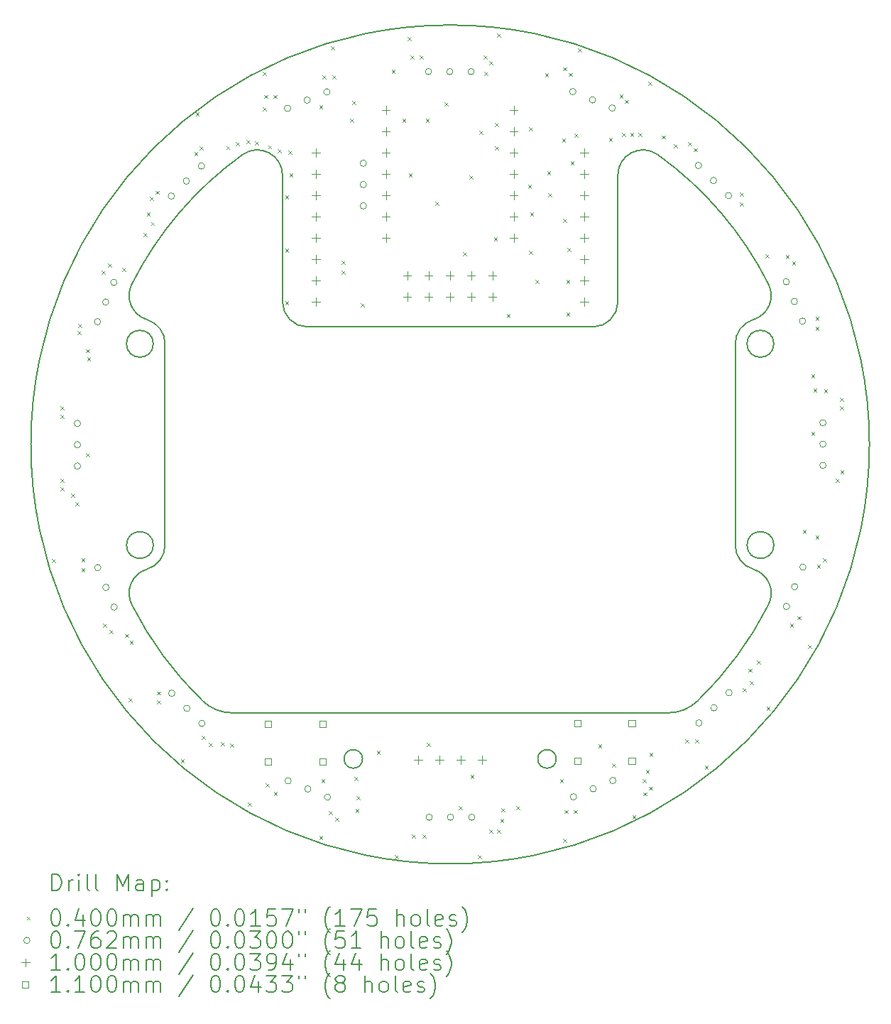
<source format=gbr>
%TF.GenerationSoftware,KiCad,Pcbnew,7.0.9*%
%TF.CreationDate,2024-01-11T17:52:59+09:00*%
%TF.ProjectId,SensorBoard,53656e73-6f72-4426-9f61-72642e6b6963,rev?*%
%TF.SameCoordinates,Original*%
%TF.FileFunction,Drillmap*%
%TF.FilePolarity,Positive*%
%FSLAX45Y45*%
G04 Gerber Fmt 4.5, Leading zero omitted, Abs format (unit mm)*
G04 Created by KiCad (PCBNEW 7.0.9) date 2024-01-11 17:52:59*
%MOMM*%
%LPD*%
G01*
G04 APERTURE LIST*
%ADD10C,0.200000*%
%ADD11C,0.100000*%
%ADD12C,0.110000*%
G04 APERTURE END LIST*
D10*
X15673896Y-8760000D02*
X12273896Y-8760000D01*
X17373899Y-11359899D02*
G75*
G03*
X17588250Y-11647514I300001J-101D01*
G01*
X17833896Y-8960000D02*
G75*
G03*
X17833896Y-8960000I-160000J0D01*
G01*
X10433896Y-11360000D02*
G75*
G03*
X10433896Y-11360000I-160000J0D01*
G01*
X16576299Y-13359999D02*
G75*
G03*
X16923286Y-13220000I1J499999D01*
G01*
X15673896Y-8759996D02*
G75*
G03*
X15973896Y-8460000I4J299996D01*
G01*
X15973896Y-6948692D02*
X15973896Y-8460000D01*
X12928896Y-13910000D02*
G75*
G03*
X12928896Y-13910000I-110000J0D01*
G01*
X17770605Y-12069841D02*
G75*
G03*
X17588250Y-11647515I-268005J134811D01*
G01*
X11024508Y-13219999D02*
G75*
G03*
X11371493Y-13360000I346992J360009D01*
G01*
X10433896Y-8960000D02*
G75*
G03*
X10433896Y-8960000I-160000J0D01*
G01*
X16923285Y-13219999D02*
G75*
G03*
X17770606Y-12069842I-2949385J3059999D01*
G01*
X17588249Y-8672483D02*
G75*
G03*
X17373896Y-8960000I85651J-287517D01*
G01*
X10177180Y-8250155D02*
G75*
G03*
X10359543Y-8672485I268000J-134815D01*
G01*
X10359542Y-11647512D02*
G75*
G03*
X10573896Y-11360000I-85642J287512D01*
G01*
X16448584Y-6704789D02*
G75*
G03*
X15973896Y-6948692I-174684J-243901D01*
G01*
X11973896Y-8460000D02*
X11973896Y-6948692D01*
X17588250Y-8672486D02*
G75*
G03*
X17770606Y-8250158I-85650J287516D01*
G01*
X11973901Y-6948692D02*
G75*
G03*
X11499212Y-6704795I-300001J2D01*
G01*
X18973896Y-10160000D02*
G75*
G03*
X18973896Y-10160000I-5000000J0D01*
G01*
X10177187Y-12069841D02*
G75*
G03*
X11024506Y-13220000I3796713J1909841D01*
G01*
X17770607Y-8250158D02*
G75*
G03*
X16448580Y-6704795I-3796707J-1909842D01*
G01*
X10573899Y-8960000D02*
G75*
G03*
X10359543Y-8672486I-299999J0D01*
G01*
X15238896Y-13910000D02*
G75*
G03*
X15238896Y-13910000I-110000J0D01*
G01*
X11973900Y-8460000D02*
G75*
G03*
X12273896Y-8760000I300000J0D01*
G01*
X17833896Y-11360000D02*
G75*
G03*
X17833896Y-11360000I-160000J0D01*
G01*
X10573896Y-8960000D02*
X10573896Y-11360000D01*
X17373896Y-11359899D02*
X17373896Y-8960000D01*
X10359543Y-11647515D02*
G75*
G03*
X10177186Y-12069842I85647J-287515D01*
G01*
X11499212Y-6704794D02*
G75*
G03*
X10177186Y-8250158I2474688J-3455206D01*
G01*
X11371493Y-13360000D02*
X16576299Y-13360000D01*
D11*
X9225600Y-11524300D02*
X9265600Y-11564300D01*
X9265600Y-11524300D02*
X9225600Y-11564300D01*
X9326660Y-9809800D02*
X9366660Y-9849800D01*
X9366660Y-9809800D02*
X9326660Y-9849800D01*
X9327200Y-9708200D02*
X9367200Y-9748200D01*
X9367200Y-9708200D02*
X9327200Y-9748200D01*
X9327200Y-10567647D02*
X9367200Y-10607647D01*
X9367200Y-10567647D02*
X9327200Y-10607647D01*
X9327200Y-10673400D02*
X9367200Y-10713400D01*
X9367200Y-10673400D02*
X9327200Y-10713400D01*
X9454200Y-10749600D02*
X9494200Y-10789600D01*
X9494200Y-10749600D02*
X9454200Y-10789600D01*
X9505000Y-10851200D02*
X9545000Y-10891200D01*
X9545000Y-10851200D02*
X9505000Y-10891200D01*
X9530400Y-8806500D02*
X9570400Y-8846500D01*
X9570400Y-8806500D02*
X9530400Y-8846500D01*
X9539053Y-8726253D02*
X9579053Y-8766253D01*
X9579053Y-8726253D02*
X9539053Y-8766253D01*
X9575800Y-11517000D02*
X9615800Y-11557000D01*
X9615800Y-11517000D02*
X9575800Y-11557000D01*
X9575800Y-11638600D02*
X9615800Y-11678600D01*
X9615800Y-11638600D02*
X9575800Y-11678600D01*
X9630542Y-9024625D02*
X9670542Y-9064625D01*
X9670542Y-9024625D02*
X9630542Y-9064625D01*
X9632000Y-10267000D02*
X9672000Y-10307000D01*
X9672000Y-10267000D02*
X9632000Y-10307000D01*
X9644321Y-9123621D02*
X9684321Y-9163621D01*
X9684321Y-9123621D02*
X9644321Y-9163621D01*
X9814767Y-8087566D02*
X9854767Y-8127566D01*
X9854767Y-8087566D02*
X9814767Y-8127566D01*
X9835200Y-12299000D02*
X9875200Y-12339000D01*
X9875200Y-12299000D02*
X9835200Y-12339000D01*
X9895933Y-8006400D02*
X9935933Y-8046400D01*
X9935933Y-8006400D02*
X9895933Y-8046400D01*
X9911400Y-12375200D02*
X9951400Y-12415200D01*
X9951400Y-12375200D02*
X9911400Y-12415200D01*
X10063800Y-8057200D02*
X10103800Y-8097200D01*
X10103800Y-8057200D02*
X10063800Y-8097200D01*
X10097258Y-12419036D02*
X10137258Y-12459036D01*
X10137258Y-12419036D02*
X10097258Y-12459036D01*
X10140000Y-13188000D02*
X10180000Y-13228000D01*
X10180000Y-13188000D02*
X10140000Y-13228000D01*
X10152700Y-12502200D02*
X10192700Y-12542200D01*
X10192700Y-12502200D02*
X10152700Y-12542200D01*
X10317800Y-7638100D02*
X10357800Y-7678100D01*
X10357800Y-7638100D02*
X10317800Y-7678100D01*
X10356176Y-7397076D02*
X10396176Y-7437076D01*
X10396176Y-7397076D02*
X10356176Y-7437076D01*
X10391460Y-7206300D02*
X10431460Y-7246300D01*
X10431460Y-7206300D02*
X10391460Y-7246300D01*
X10406700Y-7508560D02*
X10446700Y-7548560D01*
X10446700Y-7508560D02*
X10406700Y-7548560D01*
X10461960Y-7135800D02*
X10501960Y-7175800D01*
X10501960Y-7135800D02*
X10461960Y-7175800D01*
X10476417Y-13105583D02*
X10516417Y-13145583D01*
X10516417Y-13105583D02*
X10476417Y-13145583D01*
X10476417Y-13213400D02*
X10516417Y-13253400D01*
X10516417Y-13213400D02*
X10476417Y-13253400D01*
X10762300Y-13911900D02*
X10802300Y-13951900D01*
X10802300Y-13911900D02*
X10762300Y-13951900D01*
X10922320Y-6675440D02*
X10962320Y-6715440D01*
X10962320Y-6675440D02*
X10922320Y-6715440D01*
X10940100Y-6203000D02*
X10980100Y-6243000D01*
X10980100Y-6203000D02*
X10940100Y-6243000D01*
X10988360Y-6609400D02*
X11028360Y-6649400D01*
X11028360Y-6609400D02*
X10988360Y-6649400D01*
X11012244Y-13636556D02*
X11052244Y-13676556D01*
X11052244Y-13636556D02*
X11012244Y-13676556D01*
X11097089Y-13721400D02*
X11137089Y-13761400D01*
X11137089Y-13721400D02*
X11097089Y-13761400D01*
X11240470Y-13709289D02*
X11280470Y-13749289D01*
X11280470Y-13709289D02*
X11240470Y-13749289D01*
X11302769Y-6603063D02*
X11342769Y-6643063D01*
X11342769Y-6603063D02*
X11302769Y-6643063D01*
X11352420Y-13727320D02*
X11392420Y-13767320D01*
X11392420Y-13727320D02*
X11352420Y-13767320D01*
X11418181Y-6556621D02*
X11458181Y-6596621D01*
X11458181Y-6556621D02*
X11418181Y-6596621D01*
X11545990Y-6531272D02*
X11585990Y-6571272D01*
X11585990Y-6531272D02*
X11545990Y-6571272D01*
X11562400Y-14432600D02*
X11602400Y-14472600D01*
X11602400Y-14432600D02*
X11562400Y-14472600D01*
X11644322Y-6549182D02*
X11684322Y-6589182D01*
X11684322Y-6549182D02*
X11644322Y-6589182D01*
X11740200Y-5720400D02*
X11780200Y-5760400D01*
X11780200Y-5720400D02*
X11740200Y-5760400D01*
X11740200Y-6139500D02*
X11780200Y-6179500D01*
X11780200Y-6139500D02*
X11740200Y-6179500D01*
X11758600Y-5992800D02*
X11798600Y-6032800D01*
X11798600Y-5992800D02*
X11758600Y-6032800D01*
X11772314Y-14204000D02*
X11812314Y-14244000D01*
X11812314Y-14204000D02*
X11772314Y-14244000D01*
X11803700Y-6593919D02*
X11843700Y-6633919D01*
X11843700Y-6593919D02*
X11803700Y-6633919D01*
X11867200Y-5992800D02*
X11907200Y-6032800D01*
X11907200Y-5992800D02*
X11867200Y-6032800D01*
X11870557Y-14302243D02*
X11910557Y-14342243D01*
X11910557Y-14302243D02*
X11870557Y-14342243D01*
X11918000Y-6638919D02*
X11958000Y-6678919D01*
X11958000Y-6638919D02*
X11918000Y-6678919D01*
X12006900Y-7193600D02*
X12046900Y-7233600D01*
X12046900Y-7193600D02*
X12006900Y-7233600D01*
X12006900Y-7828600D02*
X12046900Y-7868600D01*
X12046900Y-7828600D02*
X12006900Y-7868600D01*
X12006900Y-8450900D02*
X12046900Y-8490900D01*
X12046900Y-8450900D02*
X12006900Y-8490900D01*
X12045000Y-6660200D02*
X12085000Y-6700200D01*
X12085000Y-6660200D02*
X12045000Y-6700200D01*
X12057700Y-6926900D02*
X12097700Y-6966900D01*
X12097700Y-6926900D02*
X12057700Y-6966900D01*
X12413300Y-6114100D02*
X12453300Y-6154100D01*
X12453300Y-6114100D02*
X12413300Y-6154100D01*
X12413300Y-14826300D02*
X12453300Y-14866300D01*
X12453300Y-14826300D02*
X12413300Y-14866300D01*
X12438700Y-14153200D02*
X12478700Y-14193200D01*
X12478700Y-14153200D02*
X12438700Y-14193200D01*
X12451400Y-5761904D02*
X12491400Y-5801904D01*
X12491400Y-5761904D02*
X12451400Y-5801904D01*
X12527600Y-14534200D02*
X12567600Y-14574200D01*
X12567600Y-14534200D02*
X12527600Y-14574200D01*
X12553000Y-5415600D02*
X12593000Y-5455600D01*
X12593000Y-5415600D02*
X12553000Y-5455600D01*
X12569104Y-5761904D02*
X12609104Y-5801904D01*
X12609104Y-5761904D02*
X12569104Y-5801904D01*
X12603800Y-14610400D02*
X12643800Y-14650400D01*
X12643800Y-14610400D02*
X12603800Y-14650400D01*
X12680000Y-7970840D02*
X12720000Y-8010840D01*
X12720000Y-7970840D02*
X12680000Y-8010840D01*
X12680000Y-8085800D02*
X12720000Y-8125800D01*
X12720000Y-8085800D02*
X12680000Y-8125800D01*
X12781600Y-6279200D02*
X12821600Y-6319200D01*
X12821600Y-6279200D02*
X12781600Y-6319200D01*
X12807000Y-6063300D02*
X12847000Y-6103300D01*
X12847000Y-6063300D02*
X12807000Y-6103300D01*
X12832400Y-14127800D02*
X12872400Y-14167800D01*
X12872400Y-14127800D02*
X12832400Y-14167800D01*
X12845100Y-14508800D02*
X12885100Y-14548800D01*
X12885100Y-14508800D02*
X12845100Y-14548800D01*
X12857800Y-14356400D02*
X12897800Y-14396400D01*
X12897800Y-14356400D02*
X12857800Y-14396400D01*
X12908600Y-8476300D02*
X12948600Y-8516300D01*
X12948600Y-8476300D02*
X12908600Y-8516300D01*
X13099100Y-13810300D02*
X13139100Y-13850300D01*
X13139100Y-13810300D02*
X13099100Y-13850300D01*
X13276900Y-5695000D02*
X13316900Y-5735000D01*
X13316900Y-5695000D02*
X13276900Y-5735000D01*
X13315000Y-15054900D02*
X13355000Y-15094900D01*
X13355000Y-15054900D02*
X13315000Y-15094900D01*
X13403900Y-6279200D02*
X13443900Y-6319200D01*
X13443900Y-6279200D02*
X13403900Y-6319200D01*
X13467400Y-5301300D02*
X13507400Y-5341300D01*
X13507400Y-5301300D02*
X13467400Y-5341300D01*
X13480100Y-6926900D02*
X13520100Y-6966900D01*
X13520100Y-6926900D02*
X13480100Y-6966900D01*
X13501646Y-5526046D02*
X13541646Y-5566046D01*
X13541646Y-5526046D02*
X13501646Y-5566046D01*
X13519300Y-14812500D02*
X13559300Y-14852500D01*
X13559300Y-14812500D02*
X13519300Y-14852500D01*
X13610954Y-5526046D02*
X13650954Y-5566046D01*
X13650954Y-5526046D02*
X13610954Y-5566046D01*
X13645200Y-14812500D02*
X13685200Y-14852500D01*
X13685200Y-14812500D02*
X13645200Y-14852500D01*
X13683300Y-6279200D02*
X13723300Y-6319200D01*
X13723300Y-6279200D02*
X13683300Y-6319200D01*
X13696000Y-13721400D02*
X13736000Y-13761400D01*
X13736000Y-13721400D02*
X13696000Y-13761400D01*
X13797600Y-7269800D02*
X13837600Y-7309800D01*
X13837600Y-7269800D02*
X13797600Y-7309800D01*
X13904280Y-6079750D02*
X13944280Y-6119750D01*
X13944280Y-6079750D02*
X13904280Y-6119750D01*
X14077000Y-14470700D02*
X14117000Y-14510700D01*
X14117000Y-14470700D02*
X14077000Y-14510700D01*
X14127800Y-7866700D02*
X14167800Y-7906700D01*
X14167800Y-7866700D02*
X14127800Y-7906700D01*
X14204000Y-6952300D02*
X14244000Y-6992300D01*
X14244000Y-6952300D02*
X14204000Y-6992300D01*
X14216700Y-14102400D02*
X14256700Y-14142400D01*
X14256700Y-14102400D02*
X14216700Y-14142400D01*
X14305600Y-15054900D02*
X14345600Y-15094900D01*
X14345600Y-15054900D02*
X14305600Y-15094900D01*
X14320030Y-6419539D02*
X14360030Y-6459539D01*
X14360030Y-6419539D02*
X14320030Y-6459539D01*
X14373147Y-5525853D02*
X14413147Y-5565853D01*
X14413147Y-5525853D02*
X14373147Y-5565853D01*
X14381800Y-5720400D02*
X14421800Y-5760400D01*
X14421800Y-5720400D02*
X14381800Y-5760400D01*
X14440694Y-5593400D02*
X14480694Y-5633400D01*
X14480694Y-5593400D02*
X14440694Y-5633400D01*
X14441253Y-14754147D02*
X14481253Y-14794147D01*
X14481253Y-14754147D02*
X14441253Y-14794147D01*
X14496100Y-7688900D02*
X14536100Y-7728900D01*
X14536100Y-7688900D02*
X14496100Y-7728900D01*
X14508800Y-6330000D02*
X14548800Y-6370000D01*
X14548800Y-6330000D02*
X14508800Y-6370000D01*
X14508800Y-6609400D02*
X14548800Y-6649400D01*
X14548800Y-6609400D02*
X14508800Y-6649400D01*
X14534200Y-5263200D02*
X14574200Y-5303200D01*
X14574200Y-5263200D02*
X14534200Y-5303200D01*
X14534200Y-14753954D02*
X14574200Y-14793954D01*
X14574200Y-14753954D02*
X14534200Y-14793954D01*
X14572300Y-14623100D02*
X14612300Y-14663100D01*
X14612300Y-14623100D02*
X14572300Y-14663100D01*
X14585000Y-14496100D02*
X14625000Y-14536100D01*
X14625000Y-14496100D02*
X14585000Y-14536100D01*
X14648500Y-8603300D02*
X14688500Y-8643300D01*
X14688500Y-8603300D02*
X14648500Y-8643300D01*
X14762800Y-14470700D02*
X14802800Y-14510700D01*
X14802800Y-14470700D02*
X14762800Y-14510700D01*
X14902500Y-7066600D02*
X14942500Y-7106600D01*
X14942500Y-7066600D02*
X14902500Y-7106600D01*
X14915200Y-6380800D02*
X14955200Y-6420800D01*
X14955200Y-6380800D02*
X14915200Y-6420800D01*
X14915200Y-7854000D02*
X14955200Y-7894000D01*
X14955200Y-7854000D02*
X14915200Y-7894000D01*
X14927900Y-7396800D02*
X14967900Y-7436800D01*
X14967900Y-7396800D02*
X14927900Y-7436800D01*
X14991400Y-8196900D02*
X15031400Y-8236900D01*
X15031400Y-8196900D02*
X14991400Y-8236900D01*
X15105700Y-5733100D02*
X15145700Y-5773100D01*
X15145700Y-5733100D02*
X15105700Y-5773100D01*
X15131100Y-6901500D02*
X15171100Y-6941500D01*
X15171100Y-6901500D02*
X15131100Y-6941500D01*
X15143800Y-7168200D02*
X15183800Y-7208200D01*
X15183800Y-7168200D02*
X15143800Y-7208200D01*
X15283500Y-14153200D02*
X15323500Y-14193200D01*
X15323500Y-14153200D02*
X15283500Y-14193200D01*
X15308900Y-6516750D02*
X15348900Y-6556750D01*
X15348900Y-6516750D02*
X15308900Y-6556750D01*
X15321600Y-5663359D02*
X15361600Y-5703359D01*
X15361600Y-5663359D02*
X15321600Y-5703359D01*
X15321600Y-7473000D02*
X15361600Y-7513000D01*
X15361600Y-7473000D02*
X15321600Y-7513000D01*
X15321600Y-14864400D02*
X15361600Y-14904400D01*
X15361600Y-14864400D02*
X15321600Y-14904400D01*
X15337704Y-14518096D02*
X15377704Y-14558096D01*
X15377704Y-14518096D02*
X15337704Y-14558096D01*
X15359700Y-8196900D02*
X15399700Y-8236900D01*
X15399700Y-8196900D02*
X15359700Y-8236900D01*
X15359700Y-8590600D02*
X15399700Y-8630600D01*
X15399700Y-8590600D02*
X15359700Y-8630600D01*
X15372400Y-7815900D02*
X15412400Y-7855900D01*
X15412400Y-7815900D02*
X15372400Y-7855900D01*
X15388221Y-5729979D02*
X15428221Y-5769979D01*
X15428221Y-5729979D02*
X15388221Y-5769979D01*
X15410500Y-6787200D02*
X15450500Y-6827200D01*
X15450500Y-6787200D02*
X15410500Y-6827200D01*
X15448600Y-14518096D02*
X15488600Y-14558096D01*
X15488600Y-14518096D02*
X15448600Y-14558096D01*
X15454171Y-6451429D02*
X15494171Y-6491429D01*
X15494171Y-6451429D02*
X15454171Y-6491429D01*
X15499400Y-5441000D02*
X15539400Y-5481000D01*
X15539400Y-5441000D02*
X15499400Y-5481000D01*
X15740700Y-13734100D02*
X15780700Y-13774100D01*
X15780700Y-13734100D02*
X15740700Y-13774100D01*
X15867700Y-6506250D02*
X15907700Y-6546250D01*
X15907700Y-6506250D02*
X15867700Y-6546250D01*
X15905800Y-13962700D02*
X15945800Y-14002700D01*
X15945800Y-13962700D02*
X15905800Y-14002700D01*
X15993630Y-5988170D02*
X16033630Y-6028170D01*
X16033630Y-5988170D02*
X15993630Y-6028170D01*
X16020980Y-6448713D02*
X16060980Y-6488713D01*
X16060980Y-6448713D02*
X16020980Y-6488713D01*
X16058200Y-6052741D02*
X16098200Y-6092741D01*
X16098200Y-6052741D02*
X16058200Y-6092741D01*
X16120891Y-6445919D02*
X16160891Y-6485919D01*
X16160891Y-6445919D02*
X16120891Y-6485919D01*
X16147100Y-14585000D02*
X16187100Y-14625000D01*
X16187100Y-14585000D02*
X16147100Y-14625000D01*
X16220839Y-6445211D02*
X16260839Y-6485211D01*
X16260839Y-6445211D02*
X16220839Y-6485211D01*
X16269108Y-14147922D02*
X16309108Y-14187922D01*
X16309108Y-14147922D02*
X16269108Y-14187922D01*
X16279931Y-14306355D02*
X16319931Y-14346355D01*
X16319931Y-14306355D02*
X16279931Y-14346355D01*
X16306726Y-14038900D02*
X16346726Y-14078900D01*
X16346726Y-14038900D02*
X16306726Y-14078900D01*
X16337600Y-5834700D02*
X16377600Y-5874700D01*
X16377600Y-5834700D02*
X16337600Y-5874700D01*
X16346488Y-14239798D02*
X16386488Y-14279798D01*
X16386488Y-14239798D02*
X16346488Y-14279798D01*
X16350300Y-13835700D02*
X16390300Y-13875700D01*
X16390300Y-13835700D02*
X16350300Y-13875700D01*
X16499655Y-6475050D02*
X16539655Y-6515050D01*
X16539655Y-6475050D02*
X16499655Y-6515050D01*
X16644605Y-6581794D02*
X16684605Y-6621794D01*
X16684605Y-6581794D02*
X16644605Y-6621794D01*
X16776400Y-13677600D02*
X16816400Y-13717600D01*
X16816400Y-13677600D02*
X16776400Y-13717600D01*
X16810703Y-6558600D02*
X16850703Y-6598600D01*
X16850703Y-6558600D02*
X16810703Y-6598600D01*
X16878952Y-6626848D02*
X16918952Y-6666848D01*
X16918952Y-6626848D02*
X16878952Y-6666848D01*
X16896400Y-13677600D02*
X16936400Y-13717600D01*
X16936400Y-13677600D02*
X16896400Y-13717600D01*
X17010700Y-13988100D02*
X17050700Y-14028100D01*
X17050700Y-13988100D02*
X17010700Y-14028100D01*
X17429800Y-7155500D02*
X17469800Y-7195500D01*
X17469800Y-7155500D02*
X17429800Y-7195500D01*
X17429800Y-7277677D02*
X17469800Y-7317677D01*
X17469800Y-7277677D02*
X17429800Y-7317677D01*
X17463152Y-13068952D02*
X17503152Y-13108952D01*
X17503152Y-13068952D02*
X17463152Y-13108952D01*
X17531945Y-12835118D02*
X17571945Y-12875118D01*
X17571945Y-12835118D02*
X17531945Y-12875118D01*
X17547303Y-12984800D02*
X17587303Y-13024800D01*
X17587303Y-12984800D02*
X17547303Y-13024800D01*
X17633000Y-12737115D02*
X17673000Y-12777115D01*
X17673000Y-12737115D02*
X17633000Y-12777115D01*
X17734986Y-7892100D02*
X17774986Y-7932100D01*
X17774986Y-7892100D02*
X17734986Y-7932100D01*
X17747300Y-13289600D02*
X17787300Y-13329600D01*
X17787300Y-13289600D02*
X17747300Y-13329600D01*
X17975900Y-7904800D02*
X18015900Y-7944800D01*
X18015900Y-7904800D02*
X17975900Y-7944800D01*
X18026700Y-12296627D02*
X18066700Y-12336627D01*
X18066700Y-12296627D02*
X18026700Y-12336627D01*
X18050914Y-7979814D02*
X18090914Y-8019814D01*
X18090914Y-7979814D02*
X18050914Y-8019814D01*
X18115600Y-12207727D02*
X18155600Y-12247727D01*
X18155600Y-12207727D02*
X18115600Y-12247727D01*
X18179100Y-11181400D02*
X18219100Y-11221400D01*
X18219100Y-11181400D02*
X18179100Y-11221400D01*
X18242600Y-12553000D02*
X18282600Y-12593000D01*
X18282600Y-12553000D02*
X18242600Y-12593000D01*
X18280700Y-9327200D02*
X18320700Y-9367200D01*
X18320700Y-9327200D02*
X18280700Y-9367200D01*
X18280700Y-10013000D02*
X18320700Y-10053000D01*
X18320700Y-10013000D02*
X18280700Y-10053000D01*
X18306100Y-9492300D02*
X18346100Y-9532300D01*
X18346100Y-9492300D02*
X18306100Y-9532300D01*
X18331500Y-11244900D02*
X18371500Y-11284900D01*
X18371500Y-11244900D02*
X18331500Y-11284900D01*
X18331992Y-8641400D02*
X18371992Y-8681400D01*
X18371992Y-8641400D02*
X18331992Y-8681400D01*
X18331992Y-8756192D02*
X18371992Y-8796192D01*
X18371992Y-8756192D02*
X18331992Y-8796192D01*
X18347321Y-11590920D02*
X18387321Y-11630920D01*
X18387321Y-11590920D02*
X18347321Y-11630920D01*
X18420400Y-11517841D02*
X18460400Y-11557841D01*
X18460400Y-11517841D02*
X18420400Y-11557841D01*
X18433100Y-9505000D02*
X18473100Y-9545000D01*
X18473100Y-9505000D02*
X18433100Y-9545000D01*
X18572800Y-10571800D02*
X18612800Y-10611800D01*
X18612800Y-10571800D02*
X18572800Y-10611800D01*
X18624391Y-9606600D02*
X18664391Y-9646600D01*
X18664391Y-9606600D02*
X18624391Y-9646600D01*
X18624391Y-9707409D02*
X18664391Y-9747409D01*
X18664391Y-9707409D02*
X18624391Y-9747409D01*
X18626396Y-10470200D02*
X18666396Y-10510200D01*
X18666396Y-10470200D02*
X18626396Y-10510200D01*
X9566996Y-9909896D02*
G75*
G03*
X9566996Y-9909896I-38100J0D01*
G01*
X9566996Y-10163896D02*
G75*
G03*
X9566996Y-10163896I-38100J0D01*
G01*
X9566996Y-10417896D02*
G75*
G03*
X9566996Y-10417896I-38100J0D01*
G01*
X9806659Y-8697237D02*
G75*
G03*
X9806659Y-8697237I-38100J0D01*
G01*
X9809641Y-11629962D02*
G75*
G03*
X9809641Y-11629962I-38100J0D01*
G01*
X9903861Y-8462572D02*
G75*
G03*
X9903861Y-8462572I-38100J0D01*
G01*
X9906843Y-11864627D02*
G75*
G03*
X9906843Y-11864627I-38100J0D01*
G01*
X10001062Y-8227906D02*
G75*
G03*
X10001062Y-8227906I-38100J0D01*
G01*
X10004044Y-12099293D02*
G75*
G03*
X10004044Y-12099293I-38100J0D01*
G01*
X10686546Y-7199270D02*
G75*
G03*
X10686546Y-7199270I-38100J0D01*
G01*
X10692056Y-13126239D02*
G75*
G03*
X10692056Y-13126239I-38100J0D01*
G01*
X10866152Y-7019665D02*
G75*
G03*
X10866152Y-7019665I-38100J0D01*
G01*
X10871662Y-13305845D02*
G75*
G03*
X10871662Y-13305845I-38100J0D01*
G01*
X11045757Y-6840060D02*
G75*
G03*
X11045757Y-6840060I-38100J0D01*
G01*
X11051267Y-13485450D02*
G75*
G03*
X11051267Y-13485450I-38100J0D01*
G01*
X12072703Y-6152048D02*
G75*
G03*
X12072703Y-6152048I-38100J0D01*
G01*
X12079902Y-14170934D02*
G75*
G03*
X12079902Y-14170934I-38100J0D01*
G01*
X12307369Y-6054846D02*
G75*
G03*
X12307369Y-6054846I-38100J0D01*
G01*
X12314568Y-14268135D02*
G75*
G03*
X12314568Y-14268135I-38100J0D01*
G01*
X12542034Y-5957645D02*
G75*
G03*
X12542034Y-5957645I-38100J0D01*
G01*
X12549233Y-14365337D02*
G75*
G03*
X12549233Y-14365337I-38100J0D01*
G01*
X12976900Y-6807200D02*
G75*
G03*
X12976900Y-6807200I-38100J0D01*
G01*
X12976900Y-7061200D02*
G75*
G03*
X12976900Y-7061200I-38100J0D01*
G01*
X12976900Y-7315200D02*
G75*
G03*
X12976900Y-7315200I-38100J0D01*
G01*
X13754100Y-5715000D02*
G75*
G03*
X13754100Y-5715000I-38100J0D01*
G01*
X13761892Y-14605000D02*
G75*
G03*
X13761892Y-14605000I-38100J0D01*
G01*
X14008100Y-5715000D02*
G75*
G03*
X14008100Y-5715000I-38100J0D01*
G01*
X14015892Y-14605000D02*
G75*
G03*
X14015892Y-14605000I-38100J0D01*
G01*
X14262100Y-5715000D02*
G75*
G03*
X14262100Y-5715000I-38100J0D01*
G01*
X14269892Y-14605000D02*
G75*
G03*
X14269892Y-14605000I-38100J0D01*
G01*
X15474759Y-5954663D02*
G75*
G03*
X15474759Y-5954663I-38100J0D01*
G01*
X15481958Y-14362355D02*
G75*
G03*
X15481958Y-14362355I-38100J0D01*
G01*
X15709424Y-6051864D02*
G75*
G03*
X15709424Y-6051864I-38100J0D01*
G01*
X15716623Y-14265153D02*
G75*
G03*
X15716623Y-14265153I-38100J0D01*
G01*
X15944090Y-6149066D02*
G75*
G03*
X15944090Y-6149066I-38100J0D01*
G01*
X15951289Y-14167952D02*
G75*
G03*
X15951289Y-14167952I-38100J0D01*
G01*
X16972726Y-6834550D02*
G75*
G03*
X16972726Y-6834550I-38100J0D01*
G01*
X16978236Y-13479940D02*
G75*
G03*
X16978236Y-13479940I-38100J0D01*
G01*
X17152331Y-7014155D02*
G75*
G03*
X17152331Y-7014155I-38100J0D01*
G01*
X17157841Y-13300335D02*
G75*
G03*
X17157841Y-13300335I-38100J0D01*
G01*
X17331936Y-7193760D02*
G75*
G03*
X17331936Y-7193760I-38100J0D01*
G01*
X17337446Y-13120729D02*
G75*
G03*
X17337446Y-13120729I-38100J0D01*
G01*
X18019948Y-8220707D02*
G75*
G03*
X18019948Y-8220707I-38100J0D01*
G01*
X18022930Y-12092094D02*
G75*
G03*
X18022930Y-12092094I-38100J0D01*
G01*
X18117150Y-8455373D02*
G75*
G03*
X18117150Y-8455373I-38100J0D01*
G01*
X18120132Y-11857428D02*
G75*
G03*
X18120132Y-11857428I-38100J0D01*
G01*
X18214351Y-8690038D02*
G75*
G03*
X18214351Y-8690038I-38100J0D01*
G01*
X18217333Y-11622763D02*
G75*
G03*
X18217333Y-11622763I-38100J0D01*
G01*
X18456996Y-9902104D02*
G75*
G03*
X18456996Y-9902104I-38100J0D01*
G01*
X18456996Y-10156104D02*
G75*
G03*
X18456996Y-10156104I-38100J0D01*
G01*
X18456996Y-10410104D02*
G75*
G03*
X18456996Y-10410104I-38100J0D01*
G01*
X12375000Y-6630600D02*
X12375000Y-6730600D01*
X12325000Y-6680600D02*
X12425000Y-6680600D01*
X12375000Y-6884600D02*
X12375000Y-6984600D01*
X12325000Y-6934600D02*
X12425000Y-6934600D01*
X12375000Y-7138600D02*
X12375000Y-7238600D01*
X12325000Y-7188600D02*
X12425000Y-7188600D01*
X12375000Y-7392600D02*
X12375000Y-7492600D01*
X12325000Y-7442600D02*
X12425000Y-7442600D01*
X12375000Y-7646600D02*
X12375000Y-7746600D01*
X12325000Y-7696600D02*
X12425000Y-7696600D01*
X12375000Y-7900600D02*
X12375000Y-8000600D01*
X12325000Y-7950600D02*
X12425000Y-7950600D01*
X12375000Y-8154600D02*
X12375000Y-8254600D01*
X12325000Y-8204600D02*
X12425000Y-8204600D01*
X12375000Y-8408600D02*
X12375000Y-8508600D01*
X12325000Y-8458600D02*
X12425000Y-8458600D01*
X13208000Y-6122200D02*
X13208000Y-6222200D01*
X13158000Y-6172200D02*
X13258000Y-6172200D01*
X13208000Y-6376200D02*
X13208000Y-6476200D01*
X13158000Y-6426200D02*
X13258000Y-6426200D01*
X13208000Y-6630200D02*
X13208000Y-6730200D01*
X13158000Y-6680200D02*
X13258000Y-6680200D01*
X13208000Y-6884200D02*
X13208000Y-6984200D01*
X13158000Y-6934200D02*
X13258000Y-6934200D01*
X13208000Y-7138200D02*
X13208000Y-7238200D01*
X13158000Y-7188200D02*
X13258000Y-7188200D01*
X13208000Y-7392200D02*
X13208000Y-7492200D01*
X13158000Y-7442200D02*
X13258000Y-7442200D01*
X13208000Y-7646200D02*
X13208000Y-7746200D01*
X13158000Y-7696200D02*
X13258000Y-7696200D01*
X13462000Y-8098320D02*
X13462000Y-8198320D01*
X13412000Y-8148320D02*
X13512000Y-8148320D01*
X13462000Y-8352320D02*
X13462000Y-8452320D01*
X13412000Y-8402320D02*
X13512000Y-8402320D01*
X13594080Y-13874280D02*
X13594080Y-13974280D01*
X13544080Y-13924280D02*
X13644080Y-13924280D01*
X13716000Y-8098320D02*
X13716000Y-8198320D01*
X13666000Y-8148320D02*
X13766000Y-8148320D01*
X13716000Y-8352320D02*
X13716000Y-8452320D01*
X13666000Y-8402320D02*
X13766000Y-8402320D01*
X13848080Y-13874280D02*
X13848080Y-13974280D01*
X13798080Y-13924280D02*
X13898080Y-13924280D01*
X13970000Y-8098320D02*
X13970000Y-8198320D01*
X13920000Y-8148320D02*
X14020000Y-8148320D01*
X13970000Y-8352320D02*
X13970000Y-8452320D01*
X13920000Y-8402320D02*
X14020000Y-8402320D01*
X14102080Y-13874280D02*
X14102080Y-13974280D01*
X14052080Y-13924280D02*
X14152080Y-13924280D01*
X14224000Y-8098320D02*
X14224000Y-8198320D01*
X14174000Y-8148320D02*
X14274000Y-8148320D01*
X14224000Y-8352320D02*
X14224000Y-8452320D01*
X14174000Y-8402320D02*
X14274000Y-8402320D01*
X14356080Y-13874280D02*
X14356080Y-13974280D01*
X14306080Y-13924280D02*
X14406080Y-13924280D01*
X14478000Y-8098320D02*
X14478000Y-8198320D01*
X14428000Y-8148320D02*
X14528000Y-8148320D01*
X14478000Y-8352320D02*
X14478000Y-8452320D01*
X14428000Y-8402320D02*
X14528000Y-8402320D01*
X14732000Y-6122200D02*
X14732000Y-6222200D01*
X14682000Y-6172200D02*
X14782000Y-6172200D01*
X14732000Y-6376200D02*
X14732000Y-6476200D01*
X14682000Y-6426200D02*
X14782000Y-6426200D01*
X14732000Y-6630200D02*
X14732000Y-6730200D01*
X14682000Y-6680200D02*
X14782000Y-6680200D01*
X14732000Y-6884200D02*
X14732000Y-6984200D01*
X14682000Y-6934200D02*
X14782000Y-6934200D01*
X14732000Y-7138200D02*
X14732000Y-7238200D01*
X14682000Y-7188200D02*
X14782000Y-7188200D01*
X14732000Y-7392200D02*
X14732000Y-7492200D01*
X14682000Y-7442200D02*
X14782000Y-7442200D01*
X14732000Y-7646200D02*
X14732000Y-7746200D01*
X14682000Y-7696200D02*
X14782000Y-7696200D01*
X15575000Y-6630600D02*
X15575000Y-6730600D01*
X15525000Y-6680600D02*
X15625000Y-6680600D01*
X15575000Y-6884600D02*
X15575000Y-6984600D01*
X15525000Y-6934600D02*
X15625000Y-6934600D01*
X15575000Y-7138600D02*
X15575000Y-7238600D01*
X15525000Y-7188600D02*
X15625000Y-7188600D01*
X15575000Y-7392600D02*
X15575000Y-7492600D01*
X15525000Y-7442600D02*
X15625000Y-7442600D01*
X15575000Y-7646600D02*
X15575000Y-7746600D01*
X15525000Y-7696600D02*
X15625000Y-7696600D01*
X15575000Y-7900600D02*
X15575000Y-8000600D01*
X15525000Y-7950600D02*
X15625000Y-7950600D01*
X15575000Y-8154600D02*
X15575000Y-8254600D01*
X15525000Y-8204600D02*
X15625000Y-8204600D01*
X15575000Y-8408600D02*
X15575000Y-8508600D01*
X15525000Y-8458600D02*
X15625000Y-8458600D01*
D12*
X11842391Y-13529891D02*
X11842391Y-13452109D01*
X11764609Y-13452109D01*
X11764609Y-13529891D01*
X11842391Y-13529891D01*
X11842391Y-13979891D02*
X11842391Y-13902109D01*
X11764609Y-13902109D01*
X11764609Y-13979891D01*
X11842391Y-13979891D01*
X12492391Y-13529891D02*
X12492391Y-13452109D01*
X12414609Y-13452109D01*
X12414609Y-13529891D01*
X12492391Y-13529891D01*
X12492391Y-13979891D02*
X12492391Y-13902109D01*
X12414609Y-13902109D01*
X12414609Y-13979891D01*
X12492391Y-13979891D01*
X15530591Y-13520791D02*
X15530591Y-13443009D01*
X15452809Y-13443009D01*
X15452809Y-13520791D01*
X15530591Y-13520791D01*
X15530591Y-13970791D02*
X15530591Y-13893009D01*
X15452809Y-13893009D01*
X15452809Y-13970791D01*
X15530591Y-13970791D01*
X16180591Y-13520791D02*
X16180591Y-13443009D01*
X16102809Y-13443009D01*
X16102809Y-13520791D01*
X16180591Y-13520791D01*
X16180591Y-13970791D02*
X16180591Y-13893009D01*
X16102809Y-13893009D01*
X16102809Y-13970791D01*
X16180591Y-13970791D01*
D10*
X9224673Y-15481484D02*
X9224673Y-15281484D01*
X9224673Y-15281484D02*
X9272292Y-15281484D01*
X9272292Y-15281484D02*
X9300863Y-15291008D01*
X9300863Y-15291008D02*
X9319911Y-15310055D01*
X9319911Y-15310055D02*
X9329435Y-15329103D01*
X9329435Y-15329103D02*
X9338959Y-15367198D01*
X9338959Y-15367198D02*
X9338959Y-15395769D01*
X9338959Y-15395769D02*
X9329435Y-15433865D01*
X9329435Y-15433865D02*
X9319911Y-15452912D01*
X9319911Y-15452912D02*
X9300863Y-15471960D01*
X9300863Y-15471960D02*
X9272292Y-15481484D01*
X9272292Y-15481484D02*
X9224673Y-15481484D01*
X9424673Y-15481484D02*
X9424673Y-15348150D01*
X9424673Y-15386246D02*
X9434197Y-15367198D01*
X9434197Y-15367198D02*
X9443721Y-15357674D01*
X9443721Y-15357674D02*
X9462768Y-15348150D01*
X9462768Y-15348150D02*
X9481816Y-15348150D01*
X9548482Y-15481484D02*
X9548482Y-15348150D01*
X9548482Y-15281484D02*
X9538959Y-15291008D01*
X9538959Y-15291008D02*
X9548482Y-15300531D01*
X9548482Y-15300531D02*
X9558006Y-15291008D01*
X9558006Y-15291008D02*
X9548482Y-15281484D01*
X9548482Y-15281484D02*
X9548482Y-15300531D01*
X9672292Y-15481484D02*
X9653244Y-15471960D01*
X9653244Y-15471960D02*
X9643721Y-15452912D01*
X9643721Y-15452912D02*
X9643721Y-15281484D01*
X9777054Y-15481484D02*
X9758006Y-15471960D01*
X9758006Y-15471960D02*
X9748482Y-15452912D01*
X9748482Y-15452912D02*
X9748482Y-15281484D01*
X10005625Y-15481484D02*
X10005625Y-15281484D01*
X10005625Y-15281484D02*
X10072292Y-15424341D01*
X10072292Y-15424341D02*
X10138959Y-15281484D01*
X10138959Y-15281484D02*
X10138959Y-15481484D01*
X10319911Y-15481484D02*
X10319911Y-15376722D01*
X10319911Y-15376722D02*
X10310387Y-15357674D01*
X10310387Y-15357674D02*
X10291340Y-15348150D01*
X10291340Y-15348150D02*
X10253244Y-15348150D01*
X10253244Y-15348150D02*
X10234197Y-15357674D01*
X10319911Y-15471960D02*
X10300863Y-15481484D01*
X10300863Y-15481484D02*
X10253244Y-15481484D01*
X10253244Y-15481484D02*
X10234197Y-15471960D01*
X10234197Y-15471960D02*
X10224673Y-15452912D01*
X10224673Y-15452912D02*
X10224673Y-15433865D01*
X10224673Y-15433865D02*
X10234197Y-15414817D01*
X10234197Y-15414817D02*
X10253244Y-15405293D01*
X10253244Y-15405293D02*
X10300863Y-15405293D01*
X10300863Y-15405293D02*
X10319911Y-15395769D01*
X10415149Y-15348150D02*
X10415149Y-15548150D01*
X10415149Y-15357674D02*
X10434197Y-15348150D01*
X10434197Y-15348150D02*
X10472292Y-15348150D01*
X10472292Y-15348150D02*
X10491340Y-15357674D01*
X10491340Y-15357674D02*
X10500863Y-15367198D01*
X10500863Y-15367198D02*
X10510387Y-15386246D01*
X10510387Y-15386246D02*
X10510387Y-15443388D01*
X10510387Y-15443388D02*
X10500863Y-15462436D01*
X10500863Y-15462436D02*
X10491340Y-15471960D01*
X10491340Y-15471960D02*
X10472292Y-15481484D01*
X10472292Y-15481484D02*
X10434197Y-15481484D01*
X10434197Y-15481484D02*
X10415149Y-15471960D01*
X10596102Y-15462436D02*
X10605625Y-15471960D01*
X10605625Y-15471960D02*
X10596102Y-15481484D01*
X10596102Y-15481484D02*
X10586578Y-15471960D01*
X10586578Y-15471960D02*
X10596102Y-15462436D01*
X10596102Y-15462436D02*
X10596102Y-15481484D01*
X10596102Y-15357674D02*
X10605625Y-15367198D01*
X10605625Y-15367198D02*
X10596102Y-15376722D01*
X10596102Y-15376722D02*
X10586578Y-15367198D01*
X10586578Y-15367198D02*
X10596102Y-15357674D01*
X10596102Y-15357674D02*
X10596102Y-15376722D01*
D11*
X8923896Y-15790000D02*
X8963896Y-15830000D01*
X8963896Y-15790000D02*
X8923896Y-15830000D01*
D10*
X9262768Y-15701484D02*
X9281816Y-15701484D01*
X9281816Y-15701484D02*
X9300863Y-15711008D01*
X9300863Y-15711008D02*
X9310387Y-15720531D01*
X9310387Y-15720531D02*
X9319911Y-15739579D01*
X9319911Y-15739579D02*
X9329435Y-15777674D01*
X9329435Y-15777674D02*
X9329435Y-15825293D01*
X9329435Y-15825293D02*
X9319911Y-15863388D01*
X9319911Y-15863388D02*
X9310387Y-15882436D01*
X9310387Y-15882436D02*
X9300863Y-15891960D01*
X9300863Y-15891960D02*
X9281816Y-15901484D01*
X9281816Y-15901484D02*
X9262768Y-15901484D01*
X9262768Y-15901484D02*
X9243721Y-15891960D01*
X9243721Y-15891960D02*
X9234197Y-15882436D01*
X9234197Y-15882436D02*
X9224673Y-15863388D01*
X9224673Y-15863388D02*
X9215149Y-15825293D01*
X9215149Y-15825293D02*
X9215149Y-15777674D01*
X9215149Y-15777674D02*
X9224673Y-15739579D01*
X9224673Y-15739579D02*
X9234197Y-15720531D01*
X9234197Y-15720531D02*
X9243721Y-15711008D01*
X9243721Y-15711008D02*
X9262768Y-15701484D01*
X9415149Y-15882436D02*
X9424673Y-15891960D01*
X9424673Y-15891960D02*
X9415149Y-15901484D01*
X9415149Y-15901484D02*
X9405625Y-15891960D01*
X9405625Y-15891960D02*
X9415149Y-15882436D01*
X9415149Y-15882436D02*
X9415149Y-15901484D01*
X9596102Y-15768150D02*
X9596102Y-15901484D01*
X9548482Y-15691960D02*
X9500863Y-15834817D01*
X9500863Y-15834817D02*
X9624673Y-15834817D01*
X9738959Y-15701484D02*
X9758006Y-15701484D01*
X9758006Y-15701484D02*
X9777054Y-15711008D01*
X9777054Y-15711008D02*
X9786578Y-15720531D01*
X9786578Y-15720531D02*
X9796102Y-15739579D01*
X9796102Y-15739579D02*
X9805625Y-15777674D01*
X9805625Y-15777674D02*
X9805625Y-15825293D01*
X9805625Y-15825293D02*
X9796102Y-15863388D01*
X9796102Y-15863388D02*
X9786578Y-15882436D01*
X9786578Y-15882436D02*
X9777054Y-15891960D01*
X9777054Y-15891960D02*
X9758006Y-15901484D01*
X9758006Y-15901484D02*
X9738959Y-15901484D01*
X9738959Y-15901484D02*
X9719911Y-15891960D01*
X9719911Y-15891960D02*
X9710387Y-15882436D01*
X9710387Y-15882436D02*
X9700863Y-15863388D01*
X9700863Y-15863388D02*
X9691340Y-15825293D01*
X9691340Y-15825293D02*
X9691340Y-15777674D01*
X9691340Y-15777674D02*
X9700863Y-15739579D01*
X9700863Y-15739579D02*
X9710387Y-15720531D01*
X9710387Y-15720531D02*
X9719911Y-15711008D01*
X9719911Y-15711008D02*
X9738959Y-15701484D01*
X9929435Y-15701484D02*
X9948483Y-15701484D01*
X9948483Y-15701484D02*
X9967530Y-15711008D01*
X9967530Y-15711008D02*
X9977054Y-15720531D01*
X9977054Y-15720531D02*
X9986578Y-15739579D01*
X9986578Y-15739579D02*
X9996102Y-15777674D01*
X9996102Y-15777674D02*
X9996102Y-15825293D01*
X9996102Y-15825293D02*
X9986578Y-15863388D01*
X9986578Y-15863388D02*
X9977054Y-15882436D01*
X9977054Y-15882436D02*
X9967530Y-15891960D01*
X9967530Y-15891960D02*
X9948483Y-15901484D01*
X9948483Y-15901484D02*
X9929435Y-15901484D01*
X9929435Y-15901484D02*
X9910387Y-15891960D01*
X9910387Y-15891960D02*
X9900863Y-15882436D01*
X9900863Y-15882436D02*
X9891340Y-15863388D01*
X9891340Y-15863388D02*
X9881816Y-15825293D01*
X9881816Y-15825293D02*
X9881816Y-15777674D01*
X9881816Y-15777674D02*
X9891340Y-15739579D01*
X9891340Y-15739579D02*
X9900863Y-15720531D01*
X9900863Y-15720531D02*
X9910387Y-15711008D01*
X9910387Y-15711008D02*
X9929435Y-15701484D01*
X10081816Y-15901484D02*
X10081816Y-15768150D01*
X10081816Y-15787198D02*
X10091340Y-15777674D01*
X10091340Y-15777674D02*
X10110387Y-15768150D01*
X10110387Y-15768150D02*
X10138959Y-15768150D01*
X10138959Y-15768150D02*
X10158006Y-15777674D01*
X10158006Y-15777674D02*
X10167530Y-15796722D01*
X10167530Y-15796722D02*
X10167530Y-15901484D01*
X10167530Y-15796722D02*
X10177054Y-15777674D01*
X10177054Y-15777674D02*
X10196102Y-15768150D01*
X10196102Y-15768150D02*
X10224673Y-15768150D01*
X10224673Y-15768150D02*
X10243721Y-15777674D01*
X10243721Y-15777674D02*
X10253244Y-15796722D01*
X10253244Y-15796722D02*
X10253244Y-15901484D01*
X10348483Y-15901484D02*
X10348483Y-15768150D01*
X10348483Y-15787198D02*
X10358006Y-15777674D01*
X10358006Y-15777674D02*
X10377054Y-15768150D01*
X10377054Y-15768150D02*
X10405625Y-15768150D01*
X10405625Y-15768150D02*
X10424673Y-15777674D01*
X10424673Y-15777674D02*
X10434197Y-15796722D01*
X10434197Y-15796722D02*
X10434197Y-15901484D01*
X10434197Y-15796722D02*
X10443721Y-15777674D01*
X10443721Y-15777674D02*
X10462768Y-15768150D01*
X10462768Y-15768150D02*
X10491340Y-15768150D01*
X10491340Y-15768150D02*
X10510387Y-15777674D01*
X10510387Y-15777674D02*
X10519911Y-15796722D01*
X10519911Y-15796722D02*
X10519911Y-15901484D01*
X10910387Y-15691960D02*
X10738959Y-15949103D01*
X11167530Y-15701484D02*
X11186578Y-15701484D01*
X11186578Y-15701484D02*
X11205625Y-15711008D01*
X11205625Y-15711008D02*
X11215149Y-15720531D01*
X11215149Y-15720531D02*
X11224673Y-15739579D01*
X11224673Y-15739579D02*
X11234197Y-15777674D01*
X11234197Y-15777674D02*
X11234197Y-15825293D01*
X11234197Y-15825293D02*
X11224673Y-15863388D01*
X11224673Y-15863388D02*
X11215149Y-15882436D01*
X11215149Y-15882436D02*
X11205625Y-15891960D01*
X11205625Y-15891960D02*
X11186578Y-15901484D01*
X11186578Y-15901484D02*
X11167530Y-15901484D01*
X11167530Y-15901484D02*
X11148483Y-15891960D01*
X11148483Y-15891960D02*
X11138959Y-15882436D01*
X11138959Y-15882436D02*
X11129435Y-15863388D01*
X11129435Y-15863388D02*
X11119911Y-15825293D01*
X11119911Y-15825293D02*
X11119911Y-15777674D01*
X11119911Y-15777674D02*
X11129435Y-15739579D01*
X11129435Y-15739579D02*
X11138959Y-15720531D01*
X11138959Y-15720531D02*
X11148483Y-15711008D01*
X11148483Y-15711008D02*
X11167530Y-15701484D01*
X11319911Y-15882436D02*
X11329435Y-15891960D01*
X11329435Y-15891960D02*
X11319911Y-15901484D01*
X11319911Y-15901484D02*
X11310387Y-15891960D01*
X11310387Y-15891960D02*
X11319911Y-15882436D01*
X11319911Y-15882436D02*
X11319911Y-15901484D01*
X11453244Y-15701484D02*
X11472292Y-15701484D01*
X11472292Y-15701484D02*
X11491340Y-15711008D01*
X11491340Y-15711008D02*
X11500864Y-15720531D01*
X11500864Y-15720531D02*
X11510387Y-15739579D01*
X11510387Y-15739579D02*
X11519911Y-15777674D01*
X11519911Y-15777674D02*
X11519911Y-15825293D01*
X11519911Y-15825293D02*
X11510387Y-15863388D01*
X11510387Y-15863388D02*
X11500864Y-15882436D01*
X11500864Y-15882436D02*
X11491340Y-15891960D01*
X11491340Y-15891960D02*
X11472292Y-15901484D01*
X11472292Y-15901484D02*
X11453244Y-15901484D01*
X11453244Y-15901484D02*
X11434197Y-15891960D01*
X11434197Y-15891960D02*
X11424673Y-15882436D01*
X11424673Y-15882436D02*
X11415149Y-15863388D01*
X11415149Y-15863388D02*
X11405625Y-15825293D01*
X11405625Y-15825293D02*
X11405625Y-15777674D01*
X11405625Y-15777674D02*
X11415149Y-15739579D01*
X11415149Y-15739579D02*
X11424673Y-15720531D01*
X11424673Y-15720531D02*
X11434197Y-15711008D01*
X11434197Y-15711008D02*
X11453244Y-15701484D01*
X11710387Y-15901484D02*
X11596102Y-15901484D01*
X11653244Y-15901484D02*
X11653244Y-15701484D01*
X11653244Y-15701484D02*
X11634197Y-15730055D01*
X11634197Y-15730055D02*
X11615149Y-15749103D01*
X11615149Y-15749103D02*
X11596102Y-15758627D01*
X11891340Y-15701484D02*
X11796102Y-15701484D01*
X11796102Y-15701484D02*
X11786578Y-15796722D01*
X11786578Y-15796722D02*
X11796102Y-15787198D01*
X11796102Y-15787198D02*
X11815149Y-15777674D01*
X11815149Y-15777674D02*
X11862768Y-15777674D01*
X11862768Y-15777674D02*
X11881816Y-15787198D01*
X11881816Y-15787198D02*
X11891340Y-15796722D01*
X11891340Y-15796722D02*
X11900864Y-15815769D01*
X11900864Y-15815769D02*
X11900864Y-15863388D01*
X11900864Y-15863388D02*
X11891340Y-15882436D01*
X11891340Y-15882436D02*
X11881816Y-15891960D01*
X11881816Y-15891960D02*
X11862768Y-15901484D01*
X11862768Y-15901484D02*
X11815149Y-15901484D01*
X11815149Y-15901484D02*
X11796102Y-15891960D01*
X11796102Y-15891960D02*
X11786578Y-15882436D01*
X11967530Y-15701484D02*
X12100864Y-15701484D01*
X12100864Y-15701484D02*
X12015149Y-15901484D01*
X12167530Y-15701484D02*
X12167530Y-15739579D01*
X12243721Y-15701484D02*
X12243721Y-15739579D01*
X12538959Y-15977674D02*
X12529435Y-15968150D01*
X12529435Y-15968150D02*
X12510387Y-15939579D01*
X12510387Y-15939579D02*
X12500864Y-15920531D01*
X12500864Y-15920531D02*
X12491340Y-15891960D01*
X12491340Y-15891960D02*
X12481816Y-15844341D01*
X12481816Y-15844341D02*
X12481816Y-15806246D01*
X12481816Y-15806246D02*
X12491340Y-15758627D01*
X12491340Y-15758627D02*
X12500864Y-15730055D01*
X12500864Y-15730055D02*
X12510387Y-15711008D01*
X12510387Y-15711008D02*
X12529435Y-15682436D01*
X12529435Y-15682436D02*
X12538959Y-15672912D01*
X12719911Y-15901484D02*
X12605626Y-15901484D01*
X12662768Y-15901484D02*
X12662768Y-15701484D01*
X12662768Y-15701484D02*
X12643721Y-15730055D01*
X12643721Y-15730055D02*
X12624673Y-15749103D01*
X12624673Y-15749103D02*
X12605626Y-15758627D01*
X12786578Y-15701484D02*
X12919911Y-15701484D01*
X12919911Y-15701484D02*
X12834197Y-15901484D01*
X13091340Y-15701484D02*
X12996102Y-15701484D01*
X12996102Y-15701484D02*
X12986578Y-15796722D01*
X12986578Y-15796722D02*
X12996102Y-15787198D01*
X12996102Y-15787198D02*
X13015149Y-15777674D01*
X13015149Y-15777674D02*
X13062768Y-15777674D01*
X13062768Y-15777674D02*
X13081816Y-15787198D01*
X13081816Y-15787198D02*
X13091340Y-15796722D01*
X13091340Y-15796722D02*
X13100864Y-15815769D01*
X13100864Y-15815769D02*
X13100864Y-15863388D01*
X13100864Y-15863388D02*
X13091340Y-15882436D01*
X13091340Y-15882436D02*
X13081816Y-15891960D01*
X13081816Y-15891960D02*
X13062768Y-15901484D01*
X13062768Y-15901484D02*
X13015149Y-15901484D01*
X13015149Y-15901484D02*
X12996102Y-15891960D01*
X12996102Y-15891960D02*
X12986578Y-15882436D01*
X13338959Y-15901484D02*
X13338959Y-15701484D01*
X13424673Y-15901484D02*
X13424673Y-15796722D01*
X13424673Y-15796722D02*
X13415149Y-15777674D01*
X13415149Y-15777674D02*
X13396102Y-15768150D01*
X13396102Y-15768150D02*
X13367530Y-15768150D01*
X13367530Y-15768150D02*
X13348483Y-15777674D01*
X13348483Y-15777674D02*
X13338959Y-15787198D01*
X13548483Y-15901484D02*
X13529435Y-15891960D01*
X13529435Y-15891960D02*
X13519911Y-15882436D01*
X13519911Y-15882436D02*
X13510388Y-15863388D01*
X13510388Y-15863388D02*
X13510388Y-15806246D01*
X13510388Y-15806246D02*
X13519911Y-15787198D01*
X13519911Y-15787198D02*
X13529435Y-15777674D01*
X13529435Y-15777674D02*
X13548483Y-15768150D01*
X13548483Y-15768150D02*
X13577054Y-15768150D01*
X13577054Y-15768150D02*
X13596102Y-15777674D01*
X13596102Y-15777674D02*
X13605626Y-15787198D01*
X13605626Y-15787198D02*
X13615149Y-15806246D01*
X13615149Y-15806246D02*
X13615149Y-15863388D01*
X13615149Y-15863388D02*
X13605626Y-15882436D01*
X13605626Y-15882436D02*
X13596102Y-15891960D01*
X13596102Y-15891960D02*
X13577054Y-15901484D01*
X13577054Y-15901484D02*
X13548483Y-15901484D01*
X13729435Y-15901484D02*
X13710388Y-15891960D01*
X13710388Y-15891960D02*
X13700864Y-15872912D01*
X13700864Y-15872912D02*
X13700864Y-15701484D01*
X13881816Y-15891960D02*
X13862769Y-15901484D01*
X13862769Y-15901484D02*
X13824673Y-15901484D01*
X13824673Y-15901484D02*
X13805626Y-15891960D01*
X13805626Y-15891960D02*
X13796102Y-15872912D01*
X13796102Y-15872912D02*
X13796102Y-15796722D01*
X13796102Y-15796722D02*
X13805626Y-15777674D01*
X13805626Y-15777674D02*
X13824673Y-15768150D01*
X13824673Y-15768150D02*
X13862769Y-15768150D01*
X13862769Y-15768150D02*
X13881816Y-15777674D01*
X13881816Y-15777674D02*
X13891340Y-15796722D01*
X13891340Y-15796722D02*
X13891340Y-15815769D01*
X13891340Y-15815769D02*
X13796102Y-15834817D01*
X13967530Y-15891960D02*
X13986578Y-15901484D01*
X13986578Y-15901484D02*
X14024673Y-15901484D01*
X14024673Y-15901484D02*
X14043721Y-15891960D01*
X14043721Y-15891960D02*
X14053245Y-15872912D01*
X14053245Y-15872912D02*
X14053245Y-15863388D01*
X14053245Y-15863388D02*
X14043721Y-15844341D01*
X14043721Y-15844341D02*
X14024673Y-15834817D01*
X14024673Y-15834817D02*
X13996102Y-15834817D01*
X13996102Y-15834817D02*
X13977054Y-15825293D01*
X13977054Y-15825293D02*
X13967530Y-15806246D01*
X13967530Y-15806246D02*
X13967530Y-15796722D01*
X13967530Y-15796722D02*
X13977054Y-15777674D01*
X13977054Y-15777674D02*
X13996102Y-15768150D01*
X13996102Y-15768150D02*
X14024673Y-15768150D01*
X14024673Y-15768150D02*
X14043721Y-15777674D01*
X14119911Y-15977674D02*
X14129435Y-15968150D01*
X14129435Y-15968150D02*
X14148483Y-15939579D01*
X14148483Y-15939579D02*
X14158007Y-15920531D01*
X14158007Y-15920531D02*
X14167530Y-15891960D01*
X14167530Y-15891960D02*
X14177054Y-15844341D01*
X14177054Y-15844341D02*
X14177054Y-15806246D01*
X14177054Y-15806246D02*
X14167530Y-15758627D01*
X14167530Y-15758627D02*
X14158007Y-15730055D01*
X14158007Y-15730055D02*
X14148483Y-15711008D01*
X14148483Y-15711008D02*
X14129435Y-15682436D01*
X14129435Y-15682436D02*
X14119911Y-15672912D01*
D11*
X8963896Y-16074000D02*
G75*
G03*
X8963896Y-16074000I-38100J0D01*
G01*
D10*
X9262768Y-15965484D02*
X9281816Y-15965484D01*
X9281816Y-15965484D02*
X9300863Y-15975008D01*
X9300863Y-15975008D02*
X9310387Y-15984531D01*
X9310387Y-15984531D02*
X9319911Y-16003579D01*
X9319911Y-16003579D02*
X9329435Y-16041674D01*
X9329435Y-16041674D02*
X9329435Y-16089293D01*
X9329435Y-16089293D02*
X9319911Y-16127388D01*
X9319911Y-16127388D02*
X9310387Y-16146436D01*
X9310387Y-16146436D02*
X9300863Y-16155960D01*
X9300863Y-16155960D02*
X9281816Y-16165484D01*
X9281816Y-16165484D02*
X9262768Y-16165484D01*
X9262768Y-16165484D02*
X9243721Y-16155960D01*
X9243721Y-16155960D02*
X9234197Y-16146436D01*
X9234197Y-16146436D02*
X9224673Y-16127388D01*
X9224673Y-16127388D02*
X9215149Y-16089293D01*
X9215149Y-16089293D02*
X9215149Y-16041674D01*
X9215149Y-16041674D02*
X9224673Y-16003579D01*
X9224673Y-16003579D02*
X9234197Y-15984531D01*
X9234197Y-15984531D02*
X9243721Y-15975008D01*
X9243721Y-15975008D02*
X9262768Y-15965484D01*
X9415149Y-16146436D02*
X9424673Y-16155960D01*
X9424673Y-16155960D02*
X9415149Y-16165484D01*
X9415149Y-16165484D02*
X9405625Y-16155960D01*
X9405625Y-16155960D02*
X9415149Y-16146436D01*
X9415149Y-16146436D02*
X9415149Y-16165484D01*
X9491340Y-15965484D02*
X9624673Y-15965484D01*
X9624673Y-15965484D02*
X9538959Y-16165484D01*
X9786578Y-15965484D02*
X9748482Y-15965484D01*
X9748482Y-15965484D02*
X9729435Y-15975008D01*
X9729435Y-15975008D02*
X9719911Y-15984531D01*
X9719911Y-15984531D02*
X9700863Y-16013103D01*
X9700863Y-16013103D02*
X9691340Y-16051198D01*
X9691340Y-16051198D02*
X9691340Y-16127388D01*
X9691340Y-16127388D02*
X9700863Y-16146436D01*
X9700863Y-16146436D02*
X9710387Y-16155960D01*
X9710387Y-16155960D02*
X9729435Y-16165484D01*
X9729435Y-16165484D02*
X9767530Y-16165484D01*
X9767530Y-16165484D02*
X9786578Y-16155960D01*
X9786578Y-16155960D02*
X9796102Y-16146436D01*
X9796102Y-16146436D02*
X9805625Y-16127388D01*
X9805625Y-16127388D02*
X9805625Y-16079769D01*
X9805625Y-16079769D02*
X9796102Y-16060722D01*
X9796102Y-16060722D02*
X9786578Y-16051198D01*
X9786578Y-16051198D02*
X9767530Y-16041674D01*
X9767530Y-16041674D02*
X9729435Y-16041674D01*
X9729435Y-16041674D02*
X9710387Y-16051198D01*
X9710387Y-16051198D02*
X9700863Y-16060722D01*
X9700863Y-16060722D02*
X9691340Y-16079769D01*
X9881816Y-15984531D02*
X9891340Y-15975008D01*
X9891340Y-15975008D02*
X9910387Y-15965484D01*
X9910387Y-15965484D02*
X9958006Y-15965484D01*
X9958006Y-15965484D02*
X9977054Y-15975008D01*
X9977054Y-15975008D02*
X9986578Y-15984531D01*
X9986578Y-15984531D02*
X9996102Y-16003579D01*
X9996102Y-16003579D02*
X9996102Y-16022627D01*
X9996102Y-16022627D02*
X9986578Y-16051198D01*
X9986578Y-16051198D02*
X9872292Y-16165484D01*
X9872292Y-16165484D02*
X9996102Y-16165484D01*
X10081816Y-16165484D02*
X10081816Y-16032150D01*
X10081816Y-16051198D02*
X10091340Y-16041674D01*
X10091340Y-16041674D02*
X10110387Y-16032150D01*
X10110387Y-16032150D02*
X10138959Y-16032150D01*
X10138959Y-16032150D02*
X10158006Y-16041674D01*
X10158006Y-16041674D02*
X10167530Y-16060722D01*
X10167530Y-16060722D02*
X10167530Y-16165484D01*
X10167530Y-16060722D02*
X10177054Y-16041674D01*
X10177054Y-16041674D02*
X10196102Y-16032150D01*
X10196102Y-16032150D02*
X10224673Y-16032150D01*
X10224673Y-16032150D02*
X10243721Y-16041674D01*
X10243721Y-16041674D02*
X10253244Y-16060722D01*
X10253244Y-16060722D02*
X10253244Y-16165484D01*
X10348483Y-16165484D02*
X10348483Y-16032150D01*
X10348483Y-16051198D02*
X10358006Y-16041674D01*
X10358006Y-16041674D02*
X10377054Y-16032150D01*
X10377054Y-16032150D02*
X10405625Y-16032150D01*
X10405625Y-16032150D02*
X10424673Y-16041674D01*
X10424673Y-16041674D02*
X10434197Y-16060722D01*
X10434197Y-16060722D02*
X10434197Y-16165484D01*
X10434197Y-16060722D02*
X10443721Y-16041674D01*
X10443721Y-16041674D02*
X10462768Y-16032150D01*
X10462768Y-16032150D02*
X10491340Y-16032150D01*
X10491340Y-16032150D02*
X10510387Y-16041674D01*
X10510387Y-16041674D02*
X10519911Y-16060722D01*
X10519911Y-16060722D02*
X10519911Y-16165484D01*
X10910387Y-15955960D02*
X10738959Y-16213103D01*
X11167530Y-15965484D02*
X11186578Y-15965484D01*
X11186578Y-15965484D02*
X11205625Y-15975008D01*
X11205625Y-15975008D02*
X11215149Y-15984531D01*
X11215149Y-15984531D02*
X11224673Y-16003579D01*
X11224673Y-16003579D02*
X11234197Y-16041674D01*
X11234197Y-16041674D02*
X11234197Y-16089293D01*
X11234197Y-16089293D02*
X11224673Y-16127388D01*
X11224673Y-16127388D02*
X11215149Y-16146436D01*
X11215149Y-16146436D02*
X11205625Y-16155960D01*
X11205625Y-16155960D02*
X11186578Y-16165484D01*
X11186578Y-16165484D02*
X11167530Y-16165484D01*
X11167530Y-16165484D02*
X11148483Y-16155960D01*
X11148483Y-16155960D02*
X11138959Y-16146436D01*
X11138959Y-16146436D02*
X11129435Y-16127388D01*
X11129435Y-16127388D02*
X11119911Y-16089293D01*
X11119911Y-16089293D02*
X11119911Y-16041674D01*
X11119911Y-16041674D02*
X11129435Y-16003579D01*
X11129435Y-16003579D02*
X11138959Y-15984531D01*
X11138959Y-15984531D02*
X11148483Y-15975008D01*
X11148483Y-15975008D02*
X11167530Y-15965484D01*
X11319911Y-16146436D02*
X11329435Y-16155960D01*
X11329435Y-16155960D02*
X11319911Y-16165484D01*
X11319911Y-16165484D02*
X11310387Y-16155960D01*
X11310387Y-16155960D02*
X11319911Y-16146436D01*
X11319911Y-16146436D02*
X11319911Y-16165484D01*
X11453244Y-15965484D02*
X11472292Y-15965484D01*
X11472292Y-15965484D02*
X11491340Y-15975008D01*
X11491340Y-15975008D02*
X11500864Y-15984531D01*
X11500864Y-15984531D02*
X11510387Y-16003579D01*
X11510387Y-16003579D02*
X11519911Y-16041674D01*
X11519911Y-16041674D02*
X11519911Y-16089293D01*
X11519911Y-16089293D02*
X11510387Y-16127388D01*
X11510387Y-16127388D02*
X11500864Y-16146436D01*
X11500864Y-16146436D02*
X11491340Y-16155960D01*
X11491340Y-16155960D02*
X11472292Y-16165484D01*
X11472292Y-16165484D02*
X11453244Y-16165484D01*
X11453244Y-16165484D02*
X11434197Y-16155960D01*
X11434197Y-16155960D02*
X11424673Y-16146436D01*
X11424673Y-16146436D02*
X11415149Y-16127388D01*
X11415149Y-16127388D02*
X11405625Y-16089293D01*
X11405625Y-16089293D02*
X11405625Y-16041674D01*
X11405625Y-16041674D02*
X11415149Y-16003579D01*
X11415149Y-16003579D02*
X11424673Y-15984531D01*
X11424673Y-15984531D02*
X11434197Y-15975008D01*
X11434197Y-15975008D02*
X11453244Y-15965484D01*
X11586578Y-15965484D02*
X11710387Y-15965484D01*
X11710387Y-15965484D02*
X11643721Y-16041674D01*
X11643721Y-16041674D02*
X11672292Y-16041674D01*
X11672292Y-16041674D02*
X11691340Y-16051198D01*
X11691340Y-16051198D02*
X11700864Y-16060722D01*
X11700864Y-16060722D02*
X11710387Y-16079769D01*
X11710387Y-16079769D02*
X11710387Y-16127388D01*
X11710387Y-16127388D02*
X11700864Y-16146436D01*
X11700864Y-16146436D02*
X11691340Y-16155960D01*
X11691340Y-16155960D02*
X11672292Y-16165484D01*
X11672292Y-16165484D02*
X11615149Y-16165484D01*
X11615149Y-16165484D02*
X11596102Y-16155960D01*
X11596102Y-16155960D02*
X11586578Y-16146436D01*
X11834197Y-15965484D02*
X11853245Y-15965484D01*
X11853245Y-15965484D02*
X11872292Y-15975008D01*
X11872292Y-15975008D02*
X11881816Y-15984531D01*
X11881816Y-15984531D02*
X11891340Y-16003579D01*
X11891340Y-16003579D02*
X11900864Y-16041674D01*
X11900864Y-16041674D02*
X11900864Y-16089293D01*
X11900864Y-16089293D02*
X11891340Y-16127388D01*
X11891340Y-16127388D02*
X11881816Y-16146436D01*
X11881816Y-16146436D02*
X11872292Y-16155960D01*
X11872292Y-16155960D02*
X11853245Y-16165484D01*
X11853245Y-16165484D02*
X11834197Y-16165484D01*
X11834197Y-16165484D02*
X11815149Y-16155960D01*
X11815149Y-16155960D02*
X11805625Y-16146436D01*
X11805625Y-16146436D02*
X11796102Y-16127388D01*
X11796102Y-16127388D02*
X11786578Y-16089293D01*
X11786578Y-16089293D02*
X11786578Y-16041674D01*
X11786578Y-16041674D02*
X11796102Y-16003579D01*
X11796102Y-16003579D02*
X11805625Y-15984531D01*
X11805625Y-15984531D02*
X11815149Y-15975008D01*
X11815149Y-15975008D02*
X11834197Y-15965484D01*
X12024673Y-15965484D02*
X12043721Y-15965484D01*
X12043721Y-15965484D02*
X12062768Y-15975008D01*
X12062768Y-15975008D02*
X12072292Y-15984531D01*
X12072292Y-15984531D02*
X12081816Y-16003579D01*
X12081816Y-16003579D02*
X12091340Y-16041674D01*
X12091340Y-16041674D02*
X12091340Y-16089293D01*
X12091340Y-16089293D02*
X12081816Y-16127388D01*
X12081816Y-16127388D02*
X12072292Y-16146436D01*
X12072292Y-16146436D02*
X12062768Y-16155960D01*
X12062768Y-16155960D02*
X12043721Y-16165484D01*
X12043721Y-16165484D02*
X12024673Y-16165484D01*
X12024673Y-16165484D02*
X12005625Y-16155960D01*
X12005625Y-16155960D02*
X11996102Y-16146436D01*
X11996102Y-16146436D02*
X11986578Y-16127388D01*
X11986578Y-16127388D02*
X11977054Y-16089293D01*
X11977054Y-16089293D02*
X11977054Y-16041674D01*
X11977054Y-16041674D02*
X11986578Y-16003579D01*
X11986578Y-16003579D02*
X11996102Y-15984531D01*
X11996102Y-15984531D02*
X12005625Y-15975008D01*
X12005625Y-15975008D02*
X12024673Y-15965484D01*
X12167530Y-15965484D02*
X12167530Y-16003579D01*
X12243721Y-15965484D02*
X12243721Y-16003579D01*
X12538959Y-16241674D02*
X12529435Y-16232150D01*
X12529435Y-16232150D02*
X12510387Y-16203579D01*
X12510387Y-16203579D02*
X12500864Y-16184531D01*
X12500864Y-16184531D02*
X12491340Y-16155960D01*
X12491340Y-16155960D02*
X12481816Y-16108341D01*
X12481816Y-16108341D02*
X12481816Y-16070246D01*
X12481816Y-16070246D02*
X12491340Y-16022627D01*
X12491340Y-16022627D02*
X12500864Y-15994055D01*
X12500864Y-15994055D02*
X12510387Y-15975008D01*
X12510387Y-15975008D02*
X12529435Y-15946436D01*
X12529435Y-15946436D02*
X12538959Y-15936912D01*
X12710387Y-15965484D02*
X12615149Y-15965484D01*
X12615149Y-15965484D02*
X12605626Y-16060722D01*
X12605626Y-16060722D02*
X12615149Y-16051198D01*
X12615149Y-16051198D02*
X12634197Y-16041674D01*
X12634197Y-16041674D02*
X12681816Y-16041674D01*
X12681816Y-16041674D02*
X12700864Y-16051198D01*
X12700864Y-16051198D02*
X12710387Y-16060722D01*
X12710387Y-16060722D02*
X12719911Y-16079769D01*
X12719911Y-16079769D02*
X12719911Y-16127388D01*
X12719911Y-16127388D02*
X12710387Y-16146436D01*
X12710387Y-16146436D02*
X12700864Y-16155960D01*
X12700864Y-16155960D02*
X12681816Y-16165484D01*
X12681816Y-16165484D02*
X12634197Y-16165484D01*
X12634197Y-16165484D02*
X12615149Y-16155960D01*
X12615149Y-16155960D02*
X12605626Y-16146436D01*
X12910387Y-16165484D02*
X12796102Y-16165484D01*
X12853245Y-16165484D02*
X12853245Y-15965484D01*
X12853245Y-15965484D02*
X12834197Y-15994055D01*
X12834197Y-15994055D02*
X12815149Y-16013103D01*
X12815149Y-16013103D02*
X12796102Y-16022627D01*
X13148483Y-16165484D02*
X13148483Y-15965484D01*
X13234197Y-16165484D02*
X13234197Y-16060722D01*
X13234197Y-16060722D02*
X13224673Y-16041674D01*
X13224673Y-16041674D02*
X13205626Y-16032150D01*
X13205626Y-16032150D02*
X13177054Y-16032150D01*
X13177054Y-16032150D02*
X13158007Y-16041674D01*
X13158007Y-16041674D02*
X13148483Y-16051198D01*
X13358007Y-16165484D02*
X13338959Y-16155960D01*
X13338959Y-16155960D02*
X13329435Y-16146436D01*
X13329435Y-16146436D02*
X13319911Y-16127388D01*
X13319911Y-16127388D02*
X13319911Y-16070246D01*
X13319911Y-16070246D02*
X13329435Y-16051198D01*
X13329435Y-16051198D02*
X13338959Y-16041674D01*
X13338959Y-16041674D02*
X13358007Y-16032150D01*
X13358007Y-16032150D02*
X13386578Y-16032150D01*
X13386578Y-16032150D02*
X13405626Y-16041674D01*
X13405626Y-16041674D02*
X13415149Y-16051198D01*
X13415149Y-16051198D02*
X13424673Y-16070246D01*
X13424673Y-16070246D02*
X13424673Y-16127388D01*
X13424673Y-16127388D02*
X13415149Y-16146436D01*
X13415149Y-16146436D02*
X13405626Y-16155960D01*
X13405626Y-16155960D02*
X13386578Y-16165484D01*
X13386578Y-16165484D02*
X13358007Y-16165484D01*
X13538959Y-16165484D02*
X13519911Y-16155960D01*
X13519911Y-16155960D02*
X13510388Y-16136912D01*
X13510388Y-16136912D02*
X13510388Y-15965484D01*
X13691340Y-16155960D02*
X13672292Y-16165484D01*
X13672292Y-16165484D02*
X13634197Y-16165484D01*
X13634197Y-16165484D02*
X13615149Y-16155960D01*
X13615149Y-16155960D02*
X13605626Y-16136912D01*
X13605626Y-16136912D02*
X13605626Y-16060722D01*
X13605626Y-16060722D02*
X13615149Y-16041674D01*
X13615149Y-16041674D02*
X13634197Y-16032150D01*
X13634197Y-16032150D02*
X13672292Y-16032150D01*
X13672292Y-16032150D02*
X13691340Y-16041674D01*
X13691340Y-16041674D02*
X13700864Y-16060722D01*
X13700864Y-16060722D02*
X13700864Y-16079769D01*
X13700864Y-16079769D02*
X13605626Y-16098817D01*
X13777054Y-16155960D02*
X13796102Y-16165484D01*
X13796102Y-16165484D02*
X13834197Y-16165484D01*
X13834197Y-16165484D02*
X13853245Y-16155960D01*
X13853245Y-16155960D02*
X13862769Y-16136912D01*
X13862769Y-16136912D02*
X13862769Y-16127388D01*
X13862769Y-16127388D02*
X13853245Y-16108341D01*
X13853245Y-16108341D02*
X13834197Y-16098817D01*
X13834197Y-16098817D02*
X13805626Y-16098817D01*
X13805626Y-16098817D02*
X13786578Y-16089293D01*
X13786578Y-16089293D02*
X13777054Y-16070246D01*
X13777054Y-16070246D02*
X13777054Y-16060722D01*
X13777054Y-16060722D02*
X13786578Y-16041674D01*
X13786578Y-16041674D02*
X13805626Y-16032150D01*
X13805626Y-16032150D02*
X13834197Y-16032150D01*
X13834197Y-16032150D02*
X13853245Y-16041674D01*
X13929435Y-16241674D02*
X13938959Y-16232150D01*
X13938959Y-16232150D02*
X13958007Y-16203579D01*
X13958007Y-16203579D02*
X13967530Y-16184531D01*
X13967530Y-16184531D02*
X13977054Y-16155960D01*
X13977054Y-16155960D02*
X13986578Y-16108341D01*
X13986578Y-16108341D02*
X13986578Y-16070246D01*
X13986578Y-16070246D02*
X13977054Y-16022627D01*
X13977054Y-16022627D02*
X13967530Y-15994055D01*
X13967530Y-15994055D02*
X13958007Y-15975008D01*
X13958007Y-15975008D02*
X13938959Y-15946436D01*
X13938959Y-15946436D02*
X13929435Y-15936912D01*
D11*
X8913896Y-16288000D02*
X8913896Y-16388000D01*
X8863896Y-16338000D02*
X8963896Y-16338000D01*
D10*
X9329435Y-16429484D02*
X9215149Y-16429484D01*
X9272292Y-16429484D02*
X9272292Y-16229484D01*
X9272292Y-16229484D02*
X9253244Y-16258055D01*
X9253244Y-16258055D02*
X9234197Y-16277103D01*
X9234197Y-16277103D02*
X9215149Y-16286627D01*
X9415149Y-16410436D02*
X9424673Y-16419960D01*
X9424673Y-16419960D02*
X9415149Y-16429484D01*
X9415149Y-16429484D02*
X9405625Y-16419960D01*
X9405625Y-16419960D02*
X9415149Y-16410436D01*
X9415149Y-16410436D02*
X9415149Y-16429484D01*
X9548482Y-16229484D02*
X9567530Y-16229484D01*
X9567530Y-16229484D02*
X9586578Y-16239008D01*
X9586578Y-16239008D02*
X9596102Y-16248531D01*
X9596102Y-16248531D02*
X9605625Y-16267579D01*
X9605625Y-16267579D02*
X9615149Y-16305674D01*
X9615149Y-16305674D02*
X9615149Y-16353293D01*
X9615149Y-16353293D02*
X9605625Y-16391388D01*
X9605625Y-16391388D02*
X9596102Y-16410436D01*
X9596102Y-16410436D02*
X9586578Y-16419960D01*
X9586578Y-16419960D02*
X9567530Y-16429484D01*
X9567530Y-16429484D02*
X9548482Y-16429484D01*
X9548482Y-16429484D02*
X9529435Y-16419960D01*
X9529435Y-16419960D02*
X9519911Y-16410436D01*
X9519911Y-16410436D02*
X9510387Y-16391388D01*
X9510387Y-16391388D02*
X9500863Y-16353293D01*
X9500863Y-16353293D02*
X9500863Y-16305674D01*
X9500863Y-16305674D02*
X9510387Y-16267579D01*
X9510387Y-16267579D02*
X9519911Y-16248531D01*
X9519911Y-16248531D02*
X9529435Y-16239008D01*
X9529435Y-16239008D02*
X9548482Y-16229484D01*
X9738959Y-16229484D02*
X9758006Y-16229484D01*
X9758006Y-16229484D02*
X9777054Y-16239008D01*
X9777054Y-16239008D02*
X9786578Y-16248531D01*
X9786578Y-16248531D02*
X9796102Y-16267579D01*
X9796102Y-16267579D02*
X9805625Y-16305674D01*
X9805625Y-16305674D02*
X9805625Y-16353293D01*
X9805625Y-16353293D02*
X9796102Y-16391388D01*
X9796102Y-16391388D02*
X9786578Y-16410436D01*
X9786578Y-16410436D02*
X9777054Y-16419960D01*
X9777054Y-16419960D02*
X9758006Y-16429484D01*
X9758006Y-16429484D02*
X9738959Y-16429484D01*
X9738959Y-16429484D02*
X9719911Y-16419960D01*
X9719911Y-16419960D02*
X9710387Y-16410436D01*
X9710387Y-16410436D02*
X9700863Y-16391388D01*
X9700863Y-16391388D02*
X9691340Y-16353293D01*
X9691340Y-16353293D02*
X9691340Y-16305674D01*
X9691340Y-16305674D02*
X9700863Y-16267579D01*
X9700863Y-16267579D02*
X9710387Y-16248531D01*
X9710387Y-16248531D02*
X9719911Y-16239008D01*
X9719911Y-16239008D02*
X9738959Y-16229484D01*
X9929435Y-16229484D02*
X9948483Y-16229484D01*
X9948483Y-16229484D02*
X9967530Y-16239008D01*
X9967530Y-16239008D02*
X9977054Y-16248531D01*
X9977054Y-16248531D02*
X9986578Y-16267579D01*
X9986578Y-16267579D02*
X9996102Y-16305674D01*
X9996102Y-16305674D02*
X9996102Y-16353293D01*
X9996102Y-16353293D02*
X9986578Y-16391388D01*
X9986578Y-16391388D02*
X9977054Y-16410436D01*
X9977054Y-16410436D02*
X9967530Y-16419960D01*
X9967530Y-16419960D02*
X9948483Y-16429484D01*
X9948483Y-16429484D02*
X9929435Y-16429484D01*
X9929435Y-16429484D02*
X9910387Y-16419960D01*
X9910387Y-16419960D02*
X9900863Y-16410436D01*
X9900863Y-16410436D02*
X9891340Y-16391388D01*
X9891340Y-16391388D02*
X9881816Y-16353293D01*
X9881816Y-16353293D02*
X9881816Y-16305674D01*
X9881816Y-16305674D02*
X9891340Y-16267579D01*
X9891340Y-16267579D02*
X9900863Y-16248531D01*
X9900863Y-16248531D02*
X9910387Y-16239008D01*
X9910387Y-16239008D02*
X9929435Y-16229484D01*
X10081816Y-16429484D02*
X10081816Y-16296150D01*
X10081816Y-16315198D02*
X10091340Y-16305674D01*
X10091340Y-16305674D02*
X10110387Y-16296150D01*
X10110387Y-16296150D02*
X10138959Y-16296150D01*
X10138959Y-16296150D02*
X10158006Y-16305674D01*
X10158006Y-16305674D02*
X10167530Y-16324722D01*
X10167530Y-16324722D02*
X10167530Y-16429484D01*
X10167530Y-16324722D02*
X10177054Y-16305674D01*
X10177054Y-16305674D02*
X10196102Y-16296150D01*
X10196102Y-16296150D02*
X10224673Y-16296150D01*
X10224673Y-16296150D02*
X10243721Y-16305674D01*
X10243721Y-16305674D02*
X10253244Y-16324722D01*
X10253244Y-16324722D02*
X10253244Y-16429484D01*
X10348483Y-16429484D02*
X10348483Y-16296150D01*
X10348483Y-16315198D02*
X10358006Y-16305674D01*
X10358006Y-16305674D02*
X10377054Y-16296150D01*
X10377054Y-16296150D02*
X10405625Y-16296150D01*
X10405625Y-16296150D02*
X10424673Y-16305674D01*
X10424673Y-16305674D02*
X10434197Y-16324722D01*
X10434197Y-16324722D02*
X10434197Y-16429484D01*
X10434197Y-16324722D02*
X10443721Y-16305674D01*
X10443721Y-16305674D02*
X10462768Y-16296150D01*
X10462768Y-16296150D02*
X10491340Y-16296150D01*
X10491340Y-16296150D02*
X10510387Y-16305674D01*
X10510387Y-16305674D02*
X10519911Y-16324722D01*
X10519911Y-16324722D02*
X10519911Y-16429484D01*
X10910387Y-16219960D02*
X10738959Y-16477103D01*
X11167530Y-16229484D02*
X11186578Y-16229484D01*
X11186578Y-16229484D02*
X11205625Y-16239008D01*
X11205625Y-16239008D02*
X11215149Y-16248531D01*
X11215149Y-16248531D02*
X11224673Y-16267579D01*
X11224673Y-16267579D02*
X11234197Y-16305674D01*
X11234197Y-16305674D02*
X11234197Y-16353293D01*
X11234197Y-16353293D02*
X11224673Y-16391388D01*
X11224673Y-16391388D02*
X11215149Y-16410436D01*
X11215149Y-16410436D02*
X11205625Y-16419960D01*
X11205625Y-16419960D02*
X11186578Y-16429484D01*
X11186578Y-16429484D02*
X11167530Y-16429484D01*
X11167530Y-16429484D02*
X11148483Y-16419960D01*
X11148483Y-16419960D02*
X11138959Y-16410436D01*
X11138959Y-16410436D02*
X11129435Y-16391388D01*
X11129435Y-16391388D02*
X11119911Y-16353293D01*
X11119911Y-16353293D02*
X11119911Y-16305674D01*
X11119911Y-16305674D02*
X11129435Y-16267579D01*
X11129435Y-16267579D02*
X11138959Y-16248531D01*
X11138959Y-16248531D02*
X11148483Y-16239008D01*
X11148483Y-16239008D02*
X11167530Y-16229484D01*
X11319911Y-16410436D02*
X11329435Y-16419960D01*
X11329435Y-16419960D02*
X11319911Y-16429484D01*
X11319911Y-16429484D02*
X11310387Y-16419960D01*
X11310387Y-16419960D02*
X11319911Y-16410436D01*
X11319911Y-16410436D02*
X11319911Y-16429484D01*
X11453244Y-16229484D02*
X11472292Y-16229484D01*
X11472292Y-16229484D02*
X11491340Y-16239008D01*
X11491340Y-16239008D02*
X11500864Y-16248531D01*
X11500864Y-16248531D02*
X11510387Y-16267579D01*
X11510387Y-16267579D02*
X11519911Y-16305674D01*
X11519911Y-16305674D02*
X11519911Y-16353293D01*
X11519911Y-16353293D02*
X11510387Y-16391388D01*
X11510387Y-16391388D02*
X11500864Y-16410436D01*
X11500864Y-16410436D02*
X11491340Y-16419960D01*
X11491340Y-16419960D02*
X11472292Y-16429484D01*
X11472292Y-16429484D02*
X11453244Y-16429484D01*
X11453244Y-16429484D02*
X11434197Y-16419960D01*
X11434197Y-16419960D02*
X11424673Y-16410436D01*
X11424673Y-16410436D02*
X11415149Y-16391388D01*
X11415149Y-16391388D02*
X11405625Y-16353293D01*
X11405625Y-16353293D02*
X11405625Y-16305674D01*
X11405625Y-16305674D02*
X11415149Y-16267579D01*
X11415149Y-16267579D02*
X11424673Y-16248531D01*
X11424673Y-16248531D02*
X11434197Y-16239008D01*
X11434197Y-16239008D02*
X11453244Y-16229484D01*
X11586578Y-16229484D02*
X11710387Y-16229484D01*
X11710387Y-16229484D02*
X11643721Y-16305674D01*
X11643721Y-16305674D02*
X11672292Y-16305674D01*
X11672292Y-16305674D02*
X11691340Y-16315198D01*
X11691340Y-16315198D02*
X11700864Y-16324722D01*
X11700864Y-16324722D02*
X11710387Y-16343769D01*
X11710387Y-16343769D02*
X11710387Y-16391388D01*
X11710387Y-16391388D02*
X11700864Y-16410436D01*
X11700864Y-16410436D02*
X11691340Y-16419960D01*
X11691340Y-16419960D02*
X11672292Y-16429484D01*
X11672292Y-16429484D02*
X11615149Y-16429484D01*
X11615149Y-16429484D02*
X11596102Y-16419960D01*
X11596102Y-16419960D02*
X11586578Y-16410436D01*
X11805625Y-16429484D02*
X11843721Y-16429484D01*
X11843721Y-16429484D02*
X11862768Y-16419960D01*
X11862768Y-16419960D02*
X11872292Y-16410436D01*
X11872292Y-16410436D02*
X11891340Y-16381865D01*
X11891340Y-16381865D02*
X11900864Y-16343769D01*
X11900864Y-16343769D02*
X11900864Y-16267579D01*
X11900864Y-16267579D02*
X11891340Y-16248531D01*
X11891340Y-16248531D02*
X11881816Y-16239008D01*
X11881816Y-16239008D02*
X11862768Y-16229484D01*
X11862768Y-16229484D02*
X11824673Y-16229484D01*
X11824673Y-16229484D02*
X11805625Y-16239008D01*
X11805625Y-16239008D02*
X11796102Y-16248531D01*
X11796102Y-16248531D02*
X11786578Y-16267579D01*
X11786578Y-16267579D02*
X11786578Y-16315198D01*
X11786578Y-16315198D02*
X11796102Y-16334246D01*
X11796102Y-16334246D02*
X11805625Y-16343769D01*
X11805625Y-16343769D02*
X11824673Y-16353293D01*
X11824673Y-16353293D02*
X11862768Y-16353293D01*
X11862768Y-16353293D02*
X11881816Y-16343769D01*
X11881816Y-16343769D02*
X11891340Y-16334246D01*
X11891340Y-16334246D02*
X11900864Y-16315198D01*
X12072292Y-16296150D02*
X12072292Y-16429484D01*
X12024673Y-16219960D02*
X11977054Y-16362817D01*
X11977054Y-16362817D02*
X12100864Y-16362817D01*
X12167530Y-16229484D02*
X12167530Y-16267579D01*
X12243721Y-16229484D02*
X12243721Y-16267579D01*
X12538959Y-16505674D02*
X12529435Y-16496150D01*
X12529435Y-16496150D02*
X12510387Y-16467579D01*
X12510387Y-16467579D02*
X12500864Y-16448531D01*
X12500864Y-16448531D02*
X12491340Y-16419960D01*
X12491340Y-16419960D02*
X12481816Y-16372341D01*
X12481816Y-16372341D02*
X12481816Y-16334246D01*
X12481816Y-16334246D02*
X12491340Y-16286627D01*
X12491340Y-16286627D02*
X12500864Y-16258055D01*
X12500864Y-16258055D02*
X12510387Y-16239008D01*
X12510387Y-16239008D02*
X12529435Y-16210436D01*
X12529435Y-16210436D02*
X12538959Y-16200912D01*
X12700864Y-16296150D02*
X12700864Y-16429484D01*
X12653245Y-16219960D02*
X12605626Y-16362817D01*
X12605626Y-16362817D02*
X12729435Y-16362817D01*
X12891340Y-16296150D02*
X12891340Y-16429484D01*
X12843721Y-16219960D02*
X12796102Y-16362817D01*
X12796102Y-16362817D02*
X12919911Y-16362817D01*
X13148483Y-16429484D02*
X13148483Y-16229484D01*
X13234197Y-16429484D02*
X13234197Y-16324722D01*
X13234197Y-16324722D02*
X13224673Y-16305674D01*
X13224673Y-16305674D02*
X13205626Y-16296150D01*
X13205626Y-16296150D02*
X13177054Y-16296150D01*
X13177054Y-16296150D02*
X13158007Y-16305674D01*
X13158007Y-16305674D02*
X13148483Y-16315198D01*
X13358007Y-16429484D02*
X13338959Y-16419960D01*
X13338959Y-16419960D02*
X13329435Y-16410436D01*
X13329435Y-16410436D02*
X13319911Y-16391388D01*
X13319911Y-16391388D02*
X13319911Y-16334246D01*
X13319911Y-16334246D02*
X13329435Y-16315198D01*
X13329435Y-16315198D02*
X13338959Y-16305674D01*
X13338959Y-16305674D02*
X13358007Y-16296150D01*
X13358007Y-16296150D02*
X13386578Y-16296150D01*
X13386578Y-16296150D02*
X13405626Y-16305674D01*
X13405626Y-16305674D02*
X13415149Y-16315198D01*
X13415149Y-16315198D02*
X13424673Y-16334246D01*
X13424673Y-16334246D02*
X13424673Y-16391388D01*
X13424673Y-16391388D02*
X13415149Y-16410436D01*
X13415149Y-16410436D02*
X13405626Y-16419960D01*
X13405626Y-16419960D02*
X13386578Y-16429484D01*
X13386578Y-16429484D02*
X13358007Y-16429484D01*
X13538959Y-16429484D02*
X13519911Y-16419960D01*
X13519911Y-16419960D02*
X13510388Y-16400912D01*
X13510388Y-16400912D02*
X13510388Y-16229484D01*
X13691340Y-16419960D02*
X13672292Y-16429484D01*
X13672292Y-16429484D02*
X13634197Y-16429484D01*
X13634197Y-16429484D02*
X13615149Y-16419960D01*
X13615149Y-16419960D02*
X13605626Y-16400912D01*
X13605626Y-16400912D02*
X13605626Y-16324722D01*
X13605626Y-16324722D02*
X13615149Y-16305674D01*
X13615149Y-16305674D02*
X13634197Y-16296150D01*
X13634197Y-16296150D02*
X13672292Y-16296150D01*
X13672292Y-16296150D02*
X13691340Y-16305674D01*
X13691340Y-16305674D02*
X13700864Y-16324722D01*
X13700864Y-16324722D02*
X13700864Y-16343769D01*
X13700864Y-16343769D02*
X13605626Y-16362817D01*
X13777054Y-16419960D02*
X13796102Y-16429484D01*
X13796102Y-16429484D02*
X13834197Y-16429484D01*
X13834197Y-16429484D02*
X13853245Y-16419960D01*
X13853245Y-16419960D02*
X13862769Y-16400912D01*
X13862769Y-16400912D02*
X13862769Y-16391388D01*
X13862769Y-16391388D02*
X13853245Y-16372341D01*
X13853245Y-16372341D02*
X13834197Y-16362817D01*
X13834197Y-16362817D02*
X13805626Y-16362817D01*
X13805626Y-16362817D02*
X13786578Y-16353293D01*
X13786578Y-16353293D02*
X13777054Y-16334246D01*
X13777054Y-16334246D02*
X13777054Y-16324722D01*
X13777054Y-16324722D02*
X13786578Y-16305674D01*
X13786578Y-16305674D02*
X13805626Y-16296150D01*
X13805626Y-16296150D02*
X13834197Y-16296150D01*
X13834197Y-16296150D02*
X13853245Y-16305674D01*
X13929435Y-16505674D02*
X13938959Y-16496150D01*
X13938959Y-16496150D02*
X13958007Y-16467579D01*
X13958007Y-16467579D02*
X13967530Y-16448531D01*
X13967530Y-16448531D02*
X13977054Y-16419960D01*
X13977054Y-16419960D02*
X13986578Y-16372341D01*
X13986578Y-16372341D02*
X13986578Y-16334246D01*
X13986578Y-16334246D02*
X13977054Y-16286627D01*
X13977054Y-16286627D02*
X13967530Y-16258055D01*
X13967530Y-16258055D02*
X13958007Y-16239008D01*
X13958007Y-16239008D02*
X13938959Y-16210436D01*
X13938959Y-16210436D02*
X13929435Y-16200912D01*
D12*
X8947787Y-16640891D02*
X8947787Y-16563109D01*
X8870005Y-16563109D01*
X8870005Y-16640891D01*
X8947787Y-16640891D01*
D10*
X9329435Y-16693484D02*
X9215149Y-16693484D01*
X9272292Y-16693484D02*
X9272292Y-16493484D01*
X9272292Y-16493484D02*
X9253244Y-16522055D01*
X9253244Y-16522055D02*
X9234197Y-16541103D01*
X9234197Y-16541103D02*
X9215149Y-16550627D01*
X9415149Y-16674436D02*
X9424673Y-16683960D01*
X9424673Y-16683960D02*
X9415149Y-16693484D01*
X9415149Y-16693484D02*
X9405625Y-16683960D01*
X9405625Y-16683960D02*
X9415149Y-16674436D01*
X9415149Y-16674436D02*
X9415149Y-16693484D01*
X9615149Y-16693484D02*
X9500863Y-16693484D01*
X9558006Y-16693484D02*
X9558006Y-16493484D01*
X9558006Y-16493484D02*
X9538959Y-16522055D01*
X9538959Y-16522055D02*
X9519911Y-16541103D01*
X9519911Y-16541103D02*
X9500863Y-16550627D01*
X9738959Y-16493484D02*
X9758006Y-16493484D01*
X9758006Y-16493484D02*
X9777054Y-16503008D01*
X9777054Y-16503008D02*
X9786578Y-16512531D01*
X9786578Y-16512531D02*
X9796102Y-16531579D01*
X9796102Y-16531579D02*
X9805625Y-16569674D01*
X9805625Y-16569674D02*
X9805625Y-16617293D01*
X9805625Y-16617293D02*
X9796102Y-16655388D01*
X9796102Y-16655388D02*
X9786578Y-16674436D01*
X9786578Y-16674436D02*
X9777054Y-16683960D01*
X9777054Y-16683960D02*
X9758006Y-16693484D01*
X9758006Y-16693484D02*
X9738959Y-16693484D01*
X9738959Y-16693484D02*
X9719911Y-16683960D01*
X9719911Y-16683960D02*
X9710387Y-16674436D01*
X9710387Y-16674436D02*
X9700863Y-16655388D01*
X9700863Y-16655388D02*
X9691340Y-16617293D01*
X9691340Y-16617293D02*
X9691340Y-16569674D01*
X9691340Y-16569674D02*
X9700863Y-16531579D01*
X9700863Y-16531579D02*
X9710387Y-16512531D01*
X9710387Y-16512531D02*
X9719911Y-16503008D01*
X9719911Y-16503008D02*
X9738959Y-16493484D01*
X9929435Y-16493484D02*
X9948483Y-16493484D01*
X9948483Y-16493484D02*
X9967530Y-16503008D01*
X9967530Y-16503008D02*
X9977054Y-16512531D01*
X9977054Y-16512531D02*
X9986578Y-16531579D01*
X9986578Y-16531579D02*
X9996102Y-16569674D01*
X9996102Y-16569674D02*
X9996102Y-16617293D01*
X9996102Y-16617293D02*
X9986578Y-16655388D01*
X9986578Y-16655388D02*
X9977054Y-16674436D01*
X9977054Y-16674436D02*
X9967530Y-16683960D01*
X9967530Y-16683960D02*
X9948483Y-16693484D01*
X9948483Y-16693484D02*
X9929435Y-16693484D01*
X9929435Y-16693484D02*
X9910387Y-16683960D01*
X9910387Y-16683960D02*
X9900863Y-16674436D01*
X9900863Y-16674436D02*
X9891340Y-16655388D01*
X9891340Y-16655388D02*
X9881816Y-16617293D01*
X9881816Y-16617293D02*
X9881816Y-16569674D01*
X9881816Y-16569674D02*
X9891340Y-16531579D01*
X9891340Y-16531579D02*
X9900863Y-16512531D01*
X9900863Y-16512531D02*
X9910387Y-16503008D01*
X9910387Y-16503008D02*
X9929435Y-16493484D01*
X10081816Y-16693484D02*
X10081816Y-16560150D01*
X10081816Y-16579198D02*
X10091340Y-16569674D01*
X10091340Y-16569674D02*
X10110387Y-16560150D01*
X10110387Y-16560150D02*
X10138959Y-16560150D01*
X10138959Y-16560150D02*
X10158006Y-16569674D01*
X10158006Y-16569674D02*
X10167530Y-16588722D01*
X10167530Y-16588722D02*
X10167530Y-16693484D01*
X10167530Y-16588722D02*
X10177054Y-16569674D01*
X10177054Y-16569674D02*
X10196102Y-16560150D01*
X10196102Y-16560150D02*
X10224673Y-16560150D01*
X10224673Y-16560150D02*
X10243721Y-16569674D01*
X10243721Y-16569674D02*
X10253244Y-16588722D01*
X10253244Y-16588722D02*
X10253244Y-16693484D01*
X10348483Y-16693484D02*
X10348483Y-16560150D01*
X10348483Y-16579198D02*
X10358006Y-16569674D01*
X10358006Y-16569674D02*
X10377054Y-16560150D01*
X10377054Y-16560150D02*
X10405625Y-16560150D01*
X10405625Y-16560150D02*
X10424673Y-16569674D01*
X10424673Y-16569674D02*
X10434197Y-16588722D01*
X10434197Y-16588722D02*
X10434197Y-16693484D01*
X10434197Y-16588722D02*
X10443721Y-16569674D01*
X10443721Y-16569674D02*
X10462768Y-16560150D01*
X10462768Y-16560150D02*
X10491340Y-16560150D01*
X10491340Y-16560150D02*
X10510387Y-16569674D01*
X10510387Y-16569674D02*
X10519911Y-16588722D01*
X10519911Y-16588722D02*
X10519911Y-16693484D01*
X10910387Y-16483960D02*
X10738959Y-16741103D01*
X11167530Y-16493484D02*
X11186578Y-16493484D01*
X11186578Y-16493484D02*
X11205625Y-16503008D01*
X11205625Y-16503008D02*
X11215149Y-16512531D01*
X11215149Y-16512531D02*
X11224673Y-16531579D01*
X11224673Y-16531579D02*
X11234197Y-16569674D01*
X11234197Y-16569674D02*
X11234197Y-16617293D01*
X11234197Y-16617293D02*
X11224673Y-16655388D01*
X11224673Y-16655388D02*
X11215149Y-16674436D01*
X11215149Y-16674436D02*
X11205625Y-16683960D01*
X11205625Y-16683960D02*
X11186578Y-16693484D01*
X11186578Y-16693484D02*
X11167530Y-16693484D01*
X11167530Y-16693484D02*
X11148483Y-16683960D01*
X11148483Y-16683960D02*
X11138959Y-16674436D01*
X11138959Y-16674436D02*
X11129435Y-16655388D01*
X11129435Y-16655388D02*
X11119911Y-16617293D01*
X11119911Y-16617293D02*
X11119911Y-16569674D01*
X11119911Y-16569674D02*
X11129435Y-16531579D01*
X11129435Y-16531579D02*
X11138959Y-16512531D01*
X11138959Y-16512531D02*
X11148483Y-16503008D01*
X11148483Y-16503008D02*
X11167530Y-16493484D01*
X11319911Y-16674436D02*
X11329435Y-16683960D01*
X11329435Y-16683960D02*
X11319911Y-16693484D01*
X11319911Y-16693484D02*
X11310387Y-16683960D01*
X11310387Y-16683960D02*
X11319911Y-16674436D01*
X11319911Y-16674436D02*
X11319911Y-16693484D01*
X11453244Y-16493484D02*
X11472292Y-16493484D01*
X11472292Y-16493484D02*
X11491340Y-16503008D01*
X11491340Y-16503008D02*
X11500864Y-16512531D01*
X11500864Y-16512531D02*
X11510387Y-16531579D01*
X11510387Y-16531579D02*
X11519911Y-16569674D01*
X11519911Y-16569674D02*
X11519911Y-16617293D01*
X11519911Y-16617293D02*
X11510387Y-16655388D01*
X11510387Y-16655388D02*
X11500864Y-16674436D01*
X11500864Y-16674436D02*
X11491340Y-16683960D01*
X11491340Y-16683960D02*
X11472292Y-16693484D01*
X11472292Y-16693484D02*
X11453244Y-16693484D01*
X11453244Y-16693484D02*
X11434197Y-16683960D01*
X11434197Y-16683960D02*
X11424673Y-16674436D01*
X11424673Y-16674436D02*
X11415149Y-16655388D01*
X11415149Y-16655388D02*
X11405625Y-16617293D01*
X11405625Y-16617293D02*
X11405625Y-16569674D01*
X11405625Y-16569674D02*
X11415149Y-16531579D01*
X11415149Y-16531579D02*
X11424673Y-16512531D01*
X11424673Y-16512531D02*
X11434197Y-16503008D01*
X11434197Y-16503008D02*
X11453244Y-16493484D01*
X11691340Y-16560150D02*
X11691340Y-16693484D01*
X11643721Y-16483960D02*
X11596102Y-16626817D01*
X11596102Y-16626817D02*
X11719911Y-16626817D01*
X11777054Y-16493484D02*
X11900864Y-16493484D01*
X11900864Y-16493484D02*
X11834197Y-16569674D01*
X11834197Y-16569674D02*
X11862768Y-16569674D01*
X11862768Y-16569674D02*
X11881816Y-16579198D01*
X11881816Y-16579198D02*
X11891340Y-16588722D01*
X11891340Y-16588722D02*
X11900864Y-16607769D01*
X11900864Y-16607769D02*
X11900864Y-16655388D01*
X11900864Y-16655388D02*
X11891340Y-16674436D01*
X11891340Y-16674436D02*
X11881816Y-16683960D01*
X11881816Y-16683960D02*
X11862768Y-16693484D01*
X11862768Y-16693484D02*
X11805625Y-16693484D01*
X11805625Y-16693484D02*
X11786578Y-16683960D01*
X11786578Y-16683960D02*
X11777054Y-16674436D01*
X11967530Y-16493484D02*
X12091340Y-16493484D01*
X12091340Y-16493484D02*
X12024673Y-16569674D01*
X12024673Y-16569674D02*
X12053245Y-16569674D01*
X12053245Y-16569674D02*
X12072292Y-16579198D01*
X12072292Y-16579198D02*
X12081816Y-16588722D01*
X12081816Y-16588722D02*
X12091340Y-16607769D01*
X12091340Y-16607769D02*
X12091340Y-16655388D01*
X12091340Y-16655388D02*
X12081816Y-16674436D01*
X12081816Y-16674436D02*
X12072292Y-16683960D01*
X12072292Y-16683960D02*
X12053245Y-16693484D01*
X12053245Y-16693484D02*
X11996102Y-16693484D01*
X11996102Y-16693484D02*
X11977054Y-16683960D01*
X11977054Y-16683960D02*
X11967530Y-16674436D01*
X12167530Y-16493484D02*
X12167530Y-16531579D01*
X12243721Y-16493484D02*
X12243721Y-16531579D01*
X12538959Y-16769674D02*
X12529435Y-16760150D01*
X12529435Y-16760150D02*
X12510387Y-16731579D01*
X12510387Y-16731579D02*
X12500864Y-16712531D01*
X12500864Y-16712531D02*
X12491340Y-16683960D01*
X12491340Y-16683960D02*
X12481816Y-16636341D01*
X12481816Y-16636341D02*
X12481816Y-16598246D01*
X12481816Y-16598246D02*
X12491340Y-16550627D01*
X12491340Y-16550627D02*
X12500864Y-16522055D01*
X12500864Y-16522055D02*
X12510387Y-16503008D01*
X12510387Y-16503008D02*
X12529435Y-16474436D01*
X12529435Y-16474436D02*
X12538959Y-16464912D01*
X12643721Y-16579198D02*
X12624673Y-16569674D01*
X12624673Y-16569674D02*
X12615149Y-16560150D01*
X12615149Y-16560150D02*
X12605626Y-16541103D01*
X12605626Y-16541103D02*
X12605626Y-16531579D01*
X12605626Y-16531579D02*
X12615149Y-16512531D01*
X12615149Y-16512531D02*
X12624673Y-16503008D01*
X12624673Y-16503008D02*
X12643721Y-16493484D01*
X12643721Y-16493484D02*
X12681816Y-16493484D01*
X12681816Y-16493484D02*
X12700864Y-16503008D01*
X12700864Y-16503008D02*
X12710387Y-16512531D01*
X12710387Y-16512531D02*
X12719911Y-16531579D01*
X12719911Y-16531579D02*
X12719911Y-16541103D01*
X12719911Y-16541103D02*
X12710387Y-16560150D01*
X12710387Y-16560150D02*
X12700864Y-16569674D01*
X12700864Y-16569674D02*
X12681816Y-16579198D01*
X12681816Y-16579198D02*
X12643721Y-16579198D01*
X12643721Y-16579198D02*
X12624673Y-16588722D01*
X12624673Y-16588722D02*
X12615149Y-16598246D01*
X12615149Y-16598246D02*
X12605626Y-16617293D01*
X12605626Y-16617293D02*
X12605626Y-16655388D01*
X12605626Y-16655388D02*
X12615149Y-16674436D01*
X12615149Y-16674436D02*
X12624673Y-16683960D01*
X12624673Y-16683960D02*
X12643721Y-16693484D01*
X12643721Y-16693484D02*
X12681816Y-16693484D01*
X12681816Y-16693484D02*
X12700864Y-16683960D01*
X12700864Y-16683960D02*
X12710387Y-16674436D01*
X12710387Y-16674436D02*
X12719911Y-16655388D01*
X12719911Y-16655388D02*
X12719911Y-16617293D01*
X12719911Y-16617293D02*
X12710387Y-16598246D01*
X12710387Y-16598246D02*
X12700864Y-16588722D01*
X12700864Y-16588722D02*
X12681816Y-16579198D01*
X12958007Y-16693484D02*
X12958007Y-16493484D01*
X13043721Y-16693484D02*
X13043721Y-16588722D01*
X13043721Y-16588722D02*
X13034197Y-16569674D01*
X13034197Y-16569674D02*
X13015149Y-16560150D01*
X13015149Y-16560150D02*
X12986578Y-16560150D01*
X12986578Y-16560150D02*
X12967530Y-16569674D01*
X12967530Y-16569674D02*
X12958007Y-16579198D01*
X13167530Y-16693484D02*
X13148483Y-16683960D01*
X13148483Y-16683960D02*
X13138959Y-16674436D01*
X13138959Y-16674436D02*
X13129435Y-16655388D01*
X13129435Y-16655388D02*
X13129435Y-16598246D01*
X13129435Y-16598246D02*
X13138959Y-16579198D01*
X13138959Y-16579198D02*
X13148483Y-16569674D01*
X13148483Y-16569674D02*
X13167530Y-16560150D01*
X13167530Y-16560150D02*
X13196102Y-16560150D01*
X13196102Y-16560150D02*
X13215149Y-16569674D01*
X13215149Y-16569674D02*
X13224673Y-16579198D01*
X13224673Y-16579198D02*
X13234197Y-16598246D01*
X13234197Y-16598246D02*
X13234197Y-16655388D01*
X13234197Y-16655388D02*
X13224673Y-16674436D01*
X13224673Y-16674436D02*
X13215149Y-16683960D01*
X13215149Y-16683960D02*
X13196102Y-16693484D01*
X13196102Y-16693484D02*
X13167530Y-16693484D01*
X13348483Y-16693484D02*
X13329435Y-16683960D01*
X13329435Y-16683960D02*
X13319911Y-16664912D01*
X13319911Y-16664912D02*
X13319911Y-16493484D01*
X13500864Y-16683960D02*
X13481816Y-16693484D01*
X13481816Y-16693484D02*
X13443721Y-16693484D01*
X13443721Y-16693484D02*
X13424673Y-16683960D01*
X13424673Y-16683960D02*
X13415149Y-16664912D01*
X13415149Y-16664912D02*
X13415149Y-16588722D01*
X13415149Y-16588722D02*
X13424673Y-16569674D01*
X13424673Y-16569674D02*
X13443721Y-16560150D01*
X13443721Y-16560150D02*
X13481816Y-16560150D01*
X13481816Y-16560150D02*
X13500864Y-16569674D01*
X13500864Y-16569674D02*
X13510388Y-16588722D01*
X13510388Y-16588722D02*
X13510388Y-16607769D01*
X13510388Y-16607769D02*
X13415149Y-16626817D01*
X13586578Y-16683960D02*
X13605626Y-16693484D01*
X13605626Y-16693484D02*
X13643721Y-16693484D01*
X13643721Y-16693484D02*
X13662769Y-16683960D01*
X13662769Y-16683960D02*
X13672292Y-16664912D01*
X13672292Y-16664912D02*
X13672292Y-16655388D01*
X13672292Y-16655388D02*
X13662769Y-16636341D01*
X13662769Y-16636341D02*
X13643721Y-16626817D01*
X13643721Y-16626817D02*
X13615149Y-16626817D01*
X13615149Y-16626817D02*
X13596102Y-16617293D01*
X13596102Y-16617293D02*
X13586578Y-16598246D01*
X13586578Y-16598246D02*
X13586578Y-16588722D01*
X13586578Y-16588722D02*
X13596102Y-16569674D01*
X13596102Y-16569674D02*
X13615149Y-16560150D01*
X13615149Y-16560150D02*
X13643721Y-16560150D01*
X13643721Y-16560150D02*
X13662769Y-16569674D01*
X13738959Y-16769674D02*
X13748483Y-16760150D01*
X13748483Y-16760150D02*
X13767530Y-16731579D01*
X13767530Y-16731579D02*
X13777054Y-16712531D01*
X13777054Y-16712531D02*
X13786578Y-16683960D01*
X13786578Y-16683960D02*
X13796102Y-16636341D01*
X13796102Y-16636341D02*
X13796102Y-16598246D01*
X13796102Y-16598246D02*
X13786578Y-16550627D01*
X13786578Y-16550627D02*
X13777054Y-16522055D01*
X13777054Y-16522055D02*
X13767530Y-16503008D01*
X13767530Y-16503008D02*
X13748483Y-16474436D01*
X13748483Y-16474436D02*
X13738959Y-16464912D01*
M02*

</source>
